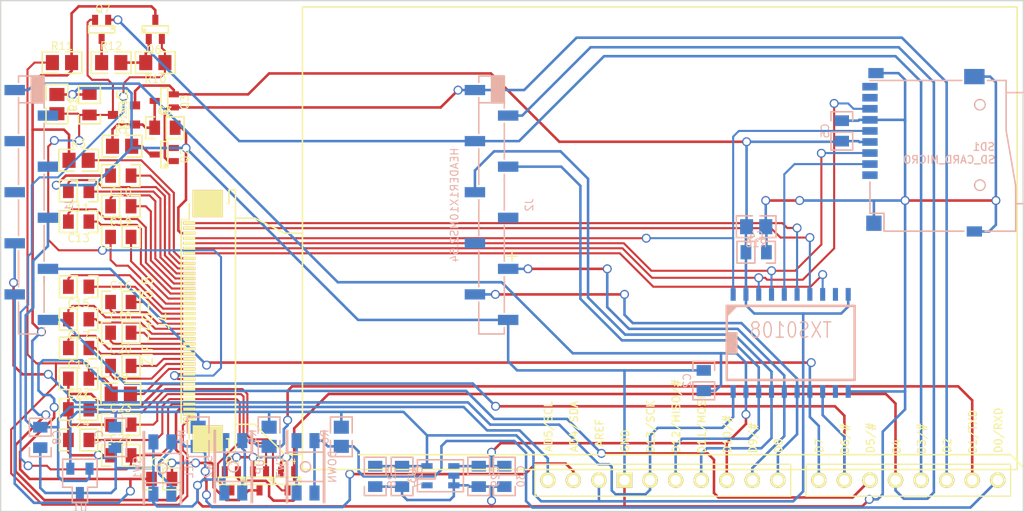
<source format=kicad_pcb>
(kicad_pcb (version 3) (host pcbnew "(2013-03-15 BZR 4003)-stable")
  (layers (15 F.Cu signal) (0 B.Cu signal) (18 B.Paste user) (19 F.Paste user) (20 B.SilkS user) (21 F.SilkS user) (22 B.Mask user) (23 F.Mask user) (28 Edge.Cuts user))
  (net 0 "")
  (net 1 +3.3V)
  (net 2 //EPD_CS)
  (net 3 //RESET)
  (net 4 /BORDER)
  (net 5 /BORDER_CONTROL)
  (net 6 /BUSY)
  (net 7 /BUSY_COG)
  (net 8 /C11M)
  (net 9 /C11P)
  (net 10 /C12M)
  (net 11 /C12P)
  (net 12 /C13M)
  (net 13 /C13P)
  (net 14 /C14M)
  (net 15 /C14P)
  (net 16 /C15M)
  (net 17 /C15P)
  (net 18 /C16M)
  (net 19 /C16P)
  (net 20 /C21M)
  (net 21 /C21P)
  (net 22 /C31M)
  (net 23 /C31P)
  (net 24 /C41M)
  (net 25 /C41P)
  (net 26 /C42M)
  (net 27 /C42P)
  (net 28 /DISCHARGE)
  (net 29 /EPD_CS_COG)
  (net 30 /FLASH_CS)
  (net 31 /FLASH_CS_COG)
  (net 32 /PANEL_ON)
  (net 33 /PWM)
  (net 34 /RESET_COG)
  (net 35 /RXD)
  (net 36 /SDA)
  (net 37 /SPI_CLK)
  (net 38 /SPI_CLK_COG)
  (net 39 /SPI_MISO)
  (net 40 /SPI_MISO_COG)
  (net 41 /SPI_MOSI)
  (net 42 /SPI_MOSI_COG)
  (net 43 /TEMPERATURE)
  (net 44 /TXD)
  (net 45 /VCC5V)
  (net 46 /VCC_T)
  (net 47 /VCL)
  (net 48 /VCOM)
  (net 49 /VCOM_DRIVER)
  (net 50 /VDH)
  (net 51 /VDL)
  (net 52 /VGH)
  (net 53 /VGL)
  (net 54 GND)
  (net 55 N-0000018)
  (net 56 N-0000019)
  (net 57 N-0000054)
  (net 58 N-0000059)
  (net 59 N-0000060)
  (net 60 N-0000063)
  (module SOT323 (layer F.Cu) (at 48.3235 98.552)
    (fp_text reference Q5 (at 0.127 -2.032) (layer F.SilkS) (effects (font (size 0.762 0.762) (thickness 0.09906))))
    (fp_text value 2N7002KW hide)
    (pad 2 smd rect (at -0.65024 -0.94996) (size 0.59944 1.00076) (layers F.Cu F.Paste F.Mask) (net 54 GND))
    (pad 1 smd rect (at 0.65024 -0.94996) (size 0.59944 1.00076) (layers F.Cu F.Paste F.Mask) (net 28 /DISCHARGE))
    (pad 3 smd rect (at 0 0.94996) (size 0.59944 1.00076) (layers F.Cu F.Paste F.Mask) (net 50 /VDH))
  )
  (module SOT323 (layer F.Cu) (at 41.656 66.1035 270)
    (fp_text reference Q2 (at 0.127 -2.032 270) (layer F.SilkS) (effects (font (size 0.762 0.762) (thickness 0.09906))))
    (fp_text value 2N7002KW hide)
    (pad 2 smd rect (at -0.65024 -0.94996 270) (size 0.59944 1.00076) (layers F.Cu F.Paste F.Mask) (net 54 GND))
    (pad 1 smd rect (at 0.65024 -0.94996 270) (size 0.59944 1.00076) (layers F.Cu F.Paste F.Mask) (net 32 /PANEL_ON))
    (pad 3 smd rect (at 0 0.94996 270) (size 0.59944 1.00076) (layers F.Cu F.Paste F.Mask) (net 56 N-0000019))
  )
  (module SOT323 (layer F.Cu) (at 53.9115 98.552)
    (fp_text reference Q4 (at 0.127 -2.032) (layer F.SilkS) (effects (font (size 0.762 0.762) (thickness 0.09906))))
    (fp_text value 2N7002KW hide)
    (pad 2 smd rect (at -0.65024 -0.94996) (size 0.59944 1.00076) (layers F.Cu F.Paste F.Mask) (net 54 GND))
    (pad 1 smd rect (at 0.65024 -0.94996) (size 0.59944 1.00076) (layers F.Cu F.Paste F.Mask) (net 28 /DISCHARGE))
    (pad 3 smd rect (at 0 0.94996) (size 0.59944 1.00076) (layers F.Cu F.Paste F.Mask) (net 52 /VGH))
  )
  (module SOT323 (layer F.Cu) (at 40.767 53.6575 180)
    (fp_text reference Q6 (at 0.127 -2.032 180) (layer F.SilkS) (effects (font (size 0.762 0.762) (thickness 0.09906))))
    (fp_text value 2N7002KW hide)
    (pad 2 smd rect (at -0.65024 -0.94996 180) (size 0.59944 1.00076) (layers F.Cu F.Paste F.Mask) (net 51 /VDL))
    (pad 1 smd rect (at 0.65024 -0.94996 180) (size 0.59944 1.00076) (layers F.Cu F.Paste F.Mask) (net 57 N-0000054))
    (pad 3 smd rect (at 0 0.94996 180) (size 0.59944 1.00076) (layers F.Cu F.Paste F.Mask) (net 4 /BORDER))
  )
  (module SOT323 (layer F.Cu) (at 51.1175 98.552)
    (fp_text reference D1 (at 0.127 -2.032) (layer F.SilkS) (effects (font (size 0.762 0.762) (thickness 0.09906))))
    (fp_text value BAT54SW hide)
    (pad 2 smd rect (at -0.65024 -0.94996) (size 0.59944 1.00076) (layers F.Cu F.Paste F.Mask) (net 54 GND))
    (pad 1 smd rect (at 0.65024 -0.94996) (size 0.59944 1.00076) (layers F.Cu F.Paste F.Mask) (net 53 /VGL))
    (pad 3 smd rect (at 0 0.94996) (size 0.59944 1.00076) (layers F.Cu F.Paste F.Mask) (net 58 N-0000059))
  )
  (module SOT323 (layer F.Cu) (at 35.433 53.6575)
    (fp_text reference Q7 (at 0.127 -2.032) (layer F.SilkS) (effects (font (size 0.762 0.762) (thickness 0.09906))))
    (fp_text value BSS84W hide)
    (pad 2 smd rect (at -0.65024 -0.94996) (size 0.59944 1.00076) (layers F.Cu F.Paste F.Mask) (net 46 /VCC_T))
    (pad 1 smd rect (at 0.65024 -0.94996) (size 0.59944 1.00076) (layers F.Cu F.Paste F.Mask) (net 5 /BORDER_CONTROL))
    (pad 3 smd rect (at 0 0.94996) (size 0.59944 1.00076) (layers F.Cu F.Paste F.Mask) (net 59 N-0000060))
  )
  (module SOT323 (layer F.Cu) (at 41.656 60.7695 270)
    (fp_text reference Q3 (at 0.127 -2.032 270) (layer F.SilkS) (effects (font (size 0.762 0.762) (thickness 0.09906))))
    (fp_text value BSS84W hide)
    (pad 2 smd rect (at -0.65024 -0.94996 270) (size 0.59944 1.00076) (layers F.Cu F.Paste F.Mask) (net 1 +3.3V))
    (pad 1 smd rect (at 0.65024 -0.94996 270) (size 0.59944 1.00076) (layers F.Cu F.Paste F.Mask) (net 32 /PANEL_ON))
    (pad 3 smd rect (at 0 0.94996 270) (size 0.59944 1.00076) (layers F.Cu F.Paste F.Mask) (net 55 N-0000018))
  )
  (module SOT23 (layer F.Cu) (at 37.6555 62.1665 90)
    (fp_text reference Q1 (at 1.99898 -0.09906 180) (layer F.SilkS) (effects (font (size 0.762 0.762) (thickness 0.11938))))
    (fp_text value AP2305 (at 0.0635 0 90) (layer F.SilkS) (effects (font (size 0.50038 0.50038) (thickness 0.09906))))
    (pad 3 smd rect (at 0 -1.09982 90) (size 0.8001 1.00076) (layers F.Cu F.Paste F.Mask) (net 46 /VCC_T))
    (pad 2 smd rect (at 0.9525 1.09982 90) (size 0.8001 1.00076) (layers F.Cu F.Paste F.Mask) (net 1 +3.3V))
    (pad 1 smd rect (at -0.9525 1.09982 90) (size 0.8001 1.00076) (layers F.Cu F.Paste F.Mask) (net 55 N-0000018))
  )
  (module Sck-10-F-SMT (layer B.Cu) (at 28.448 71.12 90)
    (fp_text reference J1 (at 0 3.7465 90) (layer B.SilkS) (effects (font (size 0.762 0.762) (thickness 0.1016)) (justify mirror)))
    (fp_text value HEADER1X10MS2.54 (at 0 -3.683 90) (layer B.SilkS) (effects (font (size 0.762 0.762) (thickness 0.1016)) (justify mirror)))
    (pad 9 smd rect (at -8.89 -1.651 90) (size 1.016 2.032) (layers B.Cu B.Paste B.Mask) (net 33 /PWM))
    (pad 10 smd rect (at -11.43 1.651 90) (size 1.016 2.032) (layers B.Cu B.Paste B.Mask) (net 3 //RESET))
    (pad 8 smd rect (at -6.35 1.651 90) (size 1.016 2.032) (layers B.Cu B.Paste B.Mask) (net 6 /BUSY))
    (pad 7 smd rect (at -3.81 -1.651 90) (size 1.016 2.032) (layers B.Cu B.Paste B.Mask) (net 37 /SPI_CLK))
    (pad 6 smd rect (at -1.27 1.651 90) (size 1.016 2.032) (layers B.Cu B.Paste B.Mask) (net 43 /TEMPERATURE))
    (pad 5 smd rect (at 1.27 -1.651 90) (size 1.016 2.032) (layers B.Cu B.Paste B.Mask))
    (pad 1 smd rect (at 11.43 -1.651 90) (size 1.016 2.032) (layers B.Cu B.Paste B.Mask) (net 45 /VCC5V))
    (pad 2 smd rect (at 8.89 1.651 90) (size 1.016 2.032) (layers B.Cu B.Paste B.Mask))
    (pad 3 smd rect (at 6.35 -1.651 90) (size 1.016 2.032) (layers B.Cu B.Paste B.Mask))
    (pad 4 smd rect (at 3.81 1.651 90) (size 1.016 2.032) (layers B.Cu B.Paste B.Mask))
  )
  (module Sck-10-F-SMT (layer B.Cu) (at 74.168 71.12 90)
    (fp_text reference J2 (at 0 3.7465 90) (layer B.SilkS) (effects (font (size 0.762 0.762) (thickness 0.1016)) (justify mirror)))
    (fp_text value HEADER1X10MS2.54 (at 0 -3.683 90) (layer B.SilkS) (effects (font (size 0.762 0.762) (thickness 0.1016)) (justify mirror)))
    (pad 9 smd rect (at -8.89 -1.651 90) (size 1.016 2.032) (layers B.Cu B.Paste B.Mask) (net 2 //EPD_CS))
    (pad 10 smd rect (at -11.43 1.651 90) (size 1.016 2.032) (layers B.Cu B.Paste B.Mask) (net 54 GND))
    (pad 8 smd rect (at -6.35 1.651 90) (size 1.016 2.032) (layers B.Cu B.Paste B.Mask) (net 30 /FLASH_CS))
    (pad 7 smd rect (at -3.81 -1.651 90) (size 1.016 2.032) (layers B.Cu B.Paste B.Mask))
    (pad 6 smd rect (at -1.27 1.651 90) (size 1.016 2.032) (layers B.Cu B.Paste B.Mask))
    (pad 5 smd rect (at 1.27 -1.651 90) (size 1.016 2.032) (layers B.Cu B.Paste B.Mask) (net 41 /SPI_MOSI))
    (pad 1 smd rect (at 11.43 -1.651 90) (size 1.016 2.032) (layers B.Cu B.Paste B.Mask) (net 32 /PANEL_ON))
    (pad 2 smd rect (at 8.89 1.651 90) (size 1.016 2.032) (layers B.Cu B.Paste B.Mask) (net 28 /DISCHARGE))
    (pad 3 smd rect (at 6.35 -1.651 90) (size 1.016 2.032) (layers B.Cu B.Paste B.Mask) (net 5 /BORDER_CONTROL))
    (pad 4 smd rect (at 3.81 1.651 90) (size 1.016 2.032) (layers B.Cu B.Paste B.Mask) (net 39 /SPI_MISO))
  )
  (module c_0805 (layer B.Cu) (at 108.966 63.754 270)
    (fp_text reference C5 (at 0 1.651 270) (layer B.SilkS) (effects (font (size 0.762 0.762) (thickness 0.1016)) (justify mirror)))
    (fp_text value 0.1u,16V hide)
    (pad 1 smd rect (at 1.016 0 270) (size 1.0668 1.4224) (layers B.Cu B.Paste B.Mask) (net 1 +3.3V))
    (pad 2 smd rect (at -1.016 0 270) (size 1.0668 1.4224) (layers B.Cu B.Paste B.Mask) (net 54 GND))
  )
  (module c_0805 (layer B.Cu) (at 75.438 98.108 90)
    (fp_text reference C30 (at 0 1.651 90) (layer B.SilkS) (effects (font (size 0.762 0.762) (thickness 0.1016)) (justify mirror)))
    (fp_text value 2.2u,16V hide)
    (pad 1 smd rect (at 1.016 0 90) (size 1.0668 1.4224) (layers B.Cu B.Paste B.Mask) (net 45 /VCC5V))
    (pad 2 smd rect (at -1.016 0 90) (size 1.0668 1.4224) (layers B.Cu B.Paste B.Mask) (net 54 GND))
  )
  (module c_0805 (layer F.Cu) (at 37.338 87.122)
    (fp_text reference C20 (at 0 -1.651) (layer F.SilkS) (effects (font (size 0.762 0.762) (thickness 0.1016))))
    (fp_text value 2.2u,16V hide)
    (pad 1 smd rect (at 1.016 0) (size 1.0668 1.4224) (layers F.Cu F.Paste F.Mask) (net 8 /C11M))
    (pad 2 smd rect (at -1.016 0) (size 1.0668 1.4224) (layers F.Cu F.Paste F.Mask) (net 9 /C11P))
  )
  (module c_0805 (layer F.Cu) (at 33.147 79.248 180)
    (fp_text reference C15 (at 0 -1.651 180) (layer F.SilkS) (effects (font (size 0.762 0.762) (thickness 0.1016))))
    (fp_text value 2.2u,25V hide)
    (pad 1 smd rect (at 1.016 0 180) (size 1.0668 1.4224) (layers F.Cu F.Paste F.Mask) (net 18 /C16M))
    (pad 2 smd rect (at -1.016 0 180) (size 1.0668 1.4224) (layers F.Cu F.Paste F.Mask) (net 19 /C16P))
  )
  (module c_0805 (layer F.Cu) (at 37.338 83.82)
    (fp_text reference C18 (at 0 -1.651) (layer F.SilkS) (effects (font (size 0.762 0.762) (thickness 0.1016))))
    (fp_text value 2.2u,16V hide)
    (pad 1 smd rect (at 1.016 0) (size 1.0668 1.4224) (layers F.Cu F.Paste F.Mask) (net 12 /C13M))
    (pad 2 smd rect (at -1.016 0) (size 1.0668 1.4224) (layers F.Cu F.Paste F.Mask) (net 13 /C13P))
  )
  (module c_0805 (layer F.Cu) (at 33.147 82.4865 180)
    (fp_text reference C17 (at 0 -1.651 180) (layer F.SilkS) (effects (font (size 0.762 0.762) (thickness 0.1016))))
    (fp_text value 2.2u,16V hide)
    (pad 1 smd rect (at 1.016 0 180) (size 1.0668 1.4224) (layers F.Cu F.Paste F.Mask) (net 14 /C14M))
    (pad 2 smd rect (at -1.016 0 180) (size 1.0668 1.4224) (layers F.Cu F.Paste F.Mask) (net 15 /C14P))
  )
  (module c_0805 (layer F.Cu) (at 37.338 68.199 180)
    (fp_text reference C10 (at 0 -1.651 180) (layer F.SilkS) (effects (font (size 0.762 0.762) (thickness 0.1016))))
    (fp_text value 2.2u,10V hide)
    (pad 1 smd rect (at 1.016 0 180) (size 1.0668 1.4224) (layers F.Cu F.Paste F.Mask) (net 54 GND))
    (pad 2 smd rect (at -1.016 0 180) (size 1.0668 1.4224) (layers F.Cu F.Paste F.Mask) (net 47 /VCL))
  )
  (module c_0805 (layer F.Cu) (at 33.147 72.771 180)
    (fp_text reference C13 (at 0 -1.651 180) (layer F.SilkS) (effects (font (size 0.762 0.762) (thickness 0.1016))))
    (fp_text value 2.2u,25V hide)
    (pad 1 smd rect (at 1.016 0 180) (size 1.0668 1.4224) (layers F.Cu F.Paste F.Mask) (net 22 /C31M))
    (pad 2 smd rect (at -1.016 0 180) (size 1.0668 1.4224) (layers F.Cu F.Paste F.Mask) (net 23 /C31P))
  )
  (module c_0805 (layer F.Cu) (at 37.338 74.295)
    (fp_text reference C14 (at 0 -1.651) (layer F.SilkS) (effects (font (size 0.762 0.762) (thickness 0.1016))))
    (fp_text value 2.2u,16V hide)
    (pad 1 smd rect (at 1.016 0) (size 1.0668 1.4224) (layers F.Cu F.Paste F.Mask) (net 20 /C21M))
    (pad 2 smd rect (at -1.016 0) (size 1.0668 1.4224) (layers F.Cu F.Paste F.Mask) (net 21 /C21P))
  )
  (module c_0805 (layer F.Cu) (at 33.147 69.723 180)
    (fp_text reference C11 (at 0 -1.651 180) (layer F.SilkS) (effects (font (size 0.762 0.762) (thickness 0.1016))))
    (fp_text value 2.2u,16V hide)
    (pad 1 smd rect (at 1.016 0 180) (size 1.0668 1.4224) (layers F.Cu F.Paste F.Mask) (net 27 /C42P))
    (pad 2 smd rect (at -1.016 0 180) (size 1.0668 1.4224) (layers F.Cu F.Paste F.Mask) (net 26 /C42M))
  )
  (module c_0805 (layer F.Cu) (at 33.147 85.344 180)
    (fp_text reference C19 (at 0 -1.651 180) (layer F.SilkS) (effects (font (size 0.762 0.762) (thickness 0.1016))))
    (fp_text value 2.2u,16V hide)
    (pad 1 smd rect (at 1.016 0 180) (size 1.0668 1.4224) (layers F.Cu F.Paste F.Mask) (net 10 /C12M))
    (pad 2 smd rect (at -1.016 0 180) (size 1.0668 1.4224) (layers F.Cu F.Paste F.Mask) (net 11 /C12P))
  )
  (module c_0805 (layer F.Cu) (at 33.147 94.488)
    (fp_text reference C24 (at 0 -1.651) (layer F.SilkS) (effects (font (size 0.762 0.762) (thickness 0.1016))))
    (fp_text value 2.2u,16V hide)
    (pad 1 smd rect (at 1.016 0) (size 1.0668 1.4224) (layers F.Cu F.Paste F.Mask) (net 50 /VDH))
    (pad 2 smd rect (at -1.016 0) (size 1.0668 1.4224) (layers F.Cu F.Paste F.Mask) (net 54 GND))
  )
  (module c_0805 (layer F.Cu) (at 37.338 80.772)
    (fp_text reference C16 (at 0 -1.651) (layer F.SilkS) (effects (font (size 0.762 0.762) (thickness 0.1016))))
    (fp_text value 2.2u,25V hide)
    (pad 1 smd rect (at 1.016 0) (size 1.0668 1.4224) (layers F.Cu F.Paste F.Mask) (net 16 /C15M))
    (pad 2 smd rect (at -1.016 0) (size 1.0668 1.4224) (layers F.Cu F.Paste F.Mask) (net 17 /C15P))
  )
  (module c_0805 (layer F.Cu) (at 33.147 91.44)
    (fp_text reference C22 (at 0 -1.651) (layer F.SilkS) (effects (font (size 0.762 0.762) (thickness 0.1016))))
    (fp_text value 2.2u,25V hide)
    (pad 1 smd rect (at 1.016 0) (size 1.0668 1.4224) (layers F.Cu F.Paste F.Mask) (net 52 /VGH))
    (pad 2 smd rect (at -1.016 0) (size 1.0668 1.4224) (layers F.Cu F.Paste F.Mask) (net 54 GND))
  )
  (module c_0805 (layer B.Cu) (at 36.83 94.234 270)
    (fp_text reference C7 (at 0 1.651 270) (layer B.SilkS) (effects (font (size 0.762 0.762) (thickness 0.1016)) (justify mirror)))
    (fp_text value 1u,16V hide)
    (pad 1 smd rect (at 1.016 0 270) (size 1.0668 1.4224) (layers B.Cu B.Paste B.Mask) (net 54 GND))
    (pad 2 smd rect (at -1.016 0 270) (size 1.0668 1.4224) (layers B.Cu B.Paste B.Mask) (net 1 +3.3V))
  )
  (module c_0805 (layer F.Cu) (at 33.147 88.392 180)
    (fp_text reference C21 (at 0 -1.651 180) (layer F.SilkS) (effects (font (size 0.762 0.762) (thickness 0.1016))))
    (fp_text value 1u,10V hide)
    (pad 1 smd rect (at 1.016 0 180) (size 1.0668 1.4224) (layers F.Cu F.Paste F.Mask) (net 54 GND))
    (pad 2 smd rect (at -1.016 0 180) (size 1.0668 1.4224) (layers F.Cu F.Paste F.Mask) (net 48 /VCOM))
  )
  (module c_0805 (layer F.Cu) (at 37.338 92.964)
    (fp_text reference C23 (at 0 -1.651) (layer F.SilkS) (effects (font (size 0.762 0.762) (thickness 0.1016))))
    (fp_text value 2.2u,25V hide)
    (pad 1 smd rect (at 1.016 0) (size 1.0668 1.4224) (layers F.Cu F.Paste F.Mask) (net 53 /VGL))
    (pad 2 smd rect (at -1.016 0) (size 1.0668 1.4224) (layers F.Cu F.Paste F.Mask) (net 54 GND))
  )
  (module c_0805 (layer F.Cu) (at 37.338 96.012)
    (fp_text reference C25 (at 0 -1.651) (layer F.SilkS) (effects (font (size 0.762 0.762) (thickness 0.1016))))
    (fp_text value 2.2u,16V hide)
    (pad 1 smd rect (at 1.016 0) (size 1.0668 1.4224) (layers F.Cu F.Paste F.Mask) (net 51 /VDL))
    (pad 2 smd rect (at -1.016 0) (size 1.0668 1.4224) (layers F.Cu F.Paste F.Mask) (net 54 GND))
  )
  (module c_0805 (layer F.Cu) (at 37.338 71.247 180)
    (fp_text reference C12 (at 0 -1.651 180) (layer F.SilkS) (effects (font (size 0.762 0.762) (thickness 0.1016))))
    (fp_text value 2.2u,16V hide)
    (pad 1 smd rect (at 1.016 0 180) (size 1.0668 1.4224) (layers F.Cu F.Paste F.Mask) (net 25 /C41P))
    (pad 2 smd rect (at -1.016 0 180) (size 1.0668 1.4224) (layers F.Cu F.Paste F.Mask) (net 24 /C41M))
  )
  (module c_0805 (layer B.Cu) (at 62.611 98.108 90)
    (fp_text reference C28 (at 0 1.651 90) (layer B.SilkS) (effects (font (size 0.762 0.762) (thickness 0.1016)) (justify mirror)))
    (fp_text value 2.2u,16V hide)
    (pad 1 smd rect (at 1.016 0 90) (size 1.0668 1.4224) (layers B.Cu B.Paste B.Mask) (net 1 +3.3V))
    (pad 2 smd rect (at -1.016 0 90) (size 1.0668 1.4224) (layers B.Cu B.Paste B.Mask) (net 54 GND))
  )
  (module r_0805 (layer F.Cu) (at 37.465 65.278)
    (fp_text reference R1 (at 0 -1.651) (layer F.SilkS) (effects (font (size 0.762 0.762) (thickness 0.1016))))
    (fp_text value 33k hide)
    (pad 1 smd rect (at 0.9525 0) (size 1.30048 1.4986) (layers F.Cu F.Paste F.Mask) (net 56 N-0000019))
    (pad 2 smd rect (at -0.9525 0) (size 1.30048 1.4986) (layers F.Cu F.Paste F.Mask) (net 55 N-0000018))
  )
  (module r_0805 (layer F.Cu) (at 36.3855 56.9595)
    (fp_text reference R12 (at 0 -1.651) (layer F.SilkS) (effects (font (size 0.762 0.762) (thickness 0.1016))))
    (fp_text value 100k hide)
    (pad 1 smd rect (at 0.9525 0) (size 1.30048 1.4986) (layers F.Cu F.Paste F.Mask) (net 57 N-0000054))
    (pad 2 smd rect (at -0.9525 0) (size 1.30048 1.4986) (layers F.Cu F.Paste F.Mask) (net 59 N-0000060))
  )
  (module r_0805 (layer F.Cu) (at 31.496 56.9595)
    (fp_text reference R11 (at 0 -1.651) (layer F.SilkS) (effects (font (size 0.762 0.762) (thickness 0.1016))))
    (fp_text value 100k hide)
    (pad 1 smd rect (at 0.9525 0) (size 1.30048 1.4986) (layers F.Cu F.Paste F.Mask) (net 4 /BORDER))
    (pad 2 smd rect (at -0.9525 0) (size 1.30048 1.4986) (layers F.Cu F.Paste F.Mask) (net 48 /VCOM))
  )
  (module r_0805 (layer F.Cu) (at 37.338 89.916)
    (fp_text reference R9 (at 0 -1.651) (layer F.SilkS) (effects (font (size 0.762 0.762) (thickness 0.1016))))
    (fp_text value 2k hide)
    (pad 1 smd rect (at 0.9525 0) (size 1.30048 1.4986) (layers F.Cu F.Paste F.Mask) (net 49 /VCOM_DRIVER))
    (pad 2 smd rect (at -0.9525 0) (size 1.30048 1.4986) (layers F.Cu F.Paste F.Mask) (net 48 /VCOM))
  )
  (module r_0805 (layer F.Cu) (at 33.147 66.675)
    (fp_text reference R3 (at 0 -1.651) (layer F.SilkS) (effects (font (size 0.762 0.762) (thickness 0.1016))))
    (fp_text value "0R(NC)" hide)
    (pad 1 smd rect (at 0.9525 0) (size 1.30048 1.4986) (layers F.Cu F.Paste F.Mask) (net 60 N-0000063))
    (pad 2 smd rect (at -0.9525 0) (size 1.30048 1.4986) (layers F.Cu F.Paste F.Mask) (net 4 /BORDER))
  )
  (module r_0805 (layer F.Cu) (at 40.767 56.9595 180)
    (fp_text reference R10 (at 0 -1.651 180) (layer F.SilkS) (effects (font (size 0.762 0.762) (thickness 0.1016))))
    (fp_text value 100k hide)
    (pad 1 smd rect (at 0.9525 0 180) (size 1.30048 1.4986) (layers F.Cu F.Paste F.Mask) (net 57 N-0000054))
    (pad 2 smd rect (at -0.9525 0 180) (size 1.30048 1.4986) (layers F.Cu F.Paste F.Mask) (net 51 /VDL))
  )
  (module r_0805 (layer B.Cu) (at 100.457 73.279)
    (fp_text reference R16 (at 0 1.651) (layer B.SilkS) (effects (font (size 0.762 0.762) (thickness 0.1016)) (justify mirror)))
    (fp_text value 10k hide)
    (pad 1 smd rect (at 0.9525 0) (size 1.30048 1.4986) (layers B.Cu B.Paste B.Mask) (net 54 GND))
    (pad 2 smd rect (at -0.9525 0) (size 1.30048 1.4986) (layers B.Cu B.Paste B.Mask) (net 1 +3.3V))
  )
  (module r_0805 (layer F.Cu) (at 30.988 61.087 270)
    (fp_text reference R2 (at 0 -1.651 270) (layer F.SilkS) (effects (font (size 0.762 0.762) (thickness 0.1016))))
    (fp_text value 33k hide)
    (pad 1 smd rect (at 0.9525 0 270) (size 1.30048 1.4986) (layers F.Cu F.Paste F.Mask) (net 46 /VCC_T))
    (pad 2 smd rect (at -0.9525 0 270) (size 1.30048 1.4986) (layers F.Cu F.Paste F.Mask) (net 54 GND))
  )
  (module c_0805 (layer F.Cu) (at 41.402 98.362)
    (fp_text reference C26 (at 0 -1.651) (layer F.SilkS) (effects (font (size 0.762 0.762) (thickness 0.1016))))
    (fp_text value 0.1u,16V hide)
    (pad 1 smd rect (at 1.016 0) (size 1.0668 1.4224) (layers F.Cu F.Paste F.Mask) (net 58 N-0000059))
    (pad 2 smd rect (at -1.016 0) (size 1.0668 1.4224) (layers F.Cu F.Paste F.Mask) (net 33 /PWM))
  )
  (module c_0805 (layer B.Cu) (at 100.457 75.819 180)
    (fp_text reference C4 (at 0 1.651 180) (layer B.SilkS) (effects (font (size 0.762 0.762) (thickness 0.1016)) (justify mirror)))
    (fp_text value 0.1u,16V hide)
    (pad 1 smd rect (at 1.016 0 180) (size 1.0668 1.4224) (layers B.Cu B.Paste B.Mask) (net 1 +3.3V))
    (pad 2 smd rect (at -1.016 0 180) (size 1.0668 1.4224) (layers B.Cu B.Paste B.Mask) (net 54 GND))
  )
  (module c_0805 (layer B.Cu) (at 95.25 88.5825 270)
    (fp_text reference C2 (at 0 1.651 270) (layer B.SilkS) (effects (font (size 0.762 0.762) (thickness 0.1016)) (justify mirror)))
    (fp_text value 0.1u,16V hide)
    (pad 1 smd rect (at 1.016 0 270) (size 1.0668 1.4224) (layers B.Cu B.Paste B.Mask) (net 45 /VCC5V))
    (pad 2 smd rect (at -1.016 0 270) (size 1.0668 1.4224) (layers B.Cu B.Paste B.Mask) (net 54 GND))
  )
  (module c_0805 (layer F.Cu) (at 34.2265 61.1505 90)
    (fp_text reference C1 (at 0 -1.651 90) (layer F.SilkS) (effects (font (size 0.762 0.762) (thickness 0.1016))))
    (fp_text value 2.2u,16V hide)
    (pad 1 smd rect (at 1.016 0 90) (size 1.0668 1.4224) (layers F.Cu F.Paste F.Mask) (net 54 GND))
    (pad 2 smd rect (at -1.016 0 90) (size 1.0668 1.4224) (layers F.Cu F.Paste F.Mask) (net 46 /VCC_T))
  )
  (module c_0805 (layer B.Cu) (at 29.337 94.234 90)
    (fp_text reference C8 (at 0 1.651 90) (layer B.SilkS) (effects (font (size 0.762 0.762) (thickness 0.1016)) (justify mirror)))
    (fp_text value 0.1u,16V hide)
    (pad 1 smd rect (at 1.016 0 90) (size 1.0668 1.4224) (layers B.Cu B.Paste B.Mask) (net 43 /TEMPERATURE))
    (pad 2 smd rect (at -1.016 0 90) (size 1.0668 1.4224) (layers B.Cu B.Paste B.Mask) (net 54 GND))
  )
  (module c_0805 (layer B.Cu) (at 72.898 98.108 90)
    (fp_text reference C29 (at 0 1.651 90) (layer B.SilkS) (effects (font (size 0.762 0.762) (thickness 0.1016)) (justify mirror)))
    (fp_text value 0.1u,16V hide)
    (pad 1 smd rect (at 1.016 0 90) (size 1.0668 1.4224) (layers B.Cu B.Paste B.Mask) (net 45 /VCC5V))
    (pad 2 smd rect (at -1.016 0 90) (size 1.0668 1.4224) (layers B.Cu B.Paste B.Mask) (net 54 GND))
  )
  (module c_0805 (layer F.Cu) (at 41.7195 63.4365)
    (fp_text reference C3 (at 0 -1.651) (layer F.SilkS) (effects (font (size 0.762 0.762) (thickness 0.1016))))
    (fp_text value 0.1u,16V hide)
    (pad 1 smd rect (at 1.016 0) (size 1.0668 1.4224) (layers F.Cu F.Paste F.Mask) (net 54 GND))
    (pad 2 smd rect (at -1.016 0) (size 1.0668 1.4224) (layers F.Cu F.Paste F.Mask) (net 55 N-0000018))
  )
  (module c_0805 (layer B.Cu) (at 65.278 98.108 90)
    (fp_text reference C27 (at 0 1.651 90) (layer B.SilkS) (effects (font (size 0.762 0.762) (thickness 0.1016)) (justify mirror)))
    (fp_text value 0.1u,16V hide)
    (pad 1 smd rect (at 1.016 0 90) (size 1.0668 1.4224) (layers B.Cu B.Paste B.Mask) (net 1 +3.3V))
    (pad 2 smd rect (at -1.016 0 90) (size 1.0668 1.4224) (layers B.Cu B.Paste B.Mask) (net 54 GND))
  )
  (module SOT23-5 (layer B.Cu) (at 69.088 98.044 270)
    (fp_text reference U3 (at 0 2.794 270) (layer B.SilkS) (effects (font (size 0.762 0.762) (thickness 0.1016)) (justify mirror)))
    (fp_text value TPS77030 hide)
    (pad 1 smd rect (at -0.9525 -1.3335 270) (size 0.59944 1.1176) (layers B.Cu B.Paste B.Mask) (net 45 /VCC5V) (clearance 0.127))
    (pad 3 smd rect (at 0.9525 -1.3335 270) (size 0.59944 1.1176) (layers B.Cu B.Paste B.Mask) (net 54 GND) (clearance 0.127))
    (pad 2 smd rect (at 0 -1.3335 270) (size 0.59944 1.1176) (layers B.Cu B.Paste B.Mask) (net 54 GND) (clearance 0.127))
    (pad 4 smd rect (at 0.9525 1.3335 270) (size 0.59944 1.1176) (layers B.Cu B.Paste B.Mask) (clearance 0.127))
    (pad 5 smd rect (at -0.9525 1.3335 270) (size 0.59944 1.1176) (layers B.Cu B.Paste B.Mask) (net 1 +3.3V) (clearance 0.127))
  )
  (module SOT23-3-Temp (layer B.Cu) (at 33.274 98.552)
    (fp_text reference U1 (at 0 2.667) (layer B.SilkS) (effects (font (size 0.762 0.762) (thickness 0.1016)) (justify mirror)))
    (fp_text value MCP9700AT-E/TT hide)
    (pad 1 smd rect (at -0.9525 -1.2065) (size 0.8001 1.19888) (layers B.Cu B.Paste B.Mask) (net 1 +3.3V))
    (pad 3 smd rect (at 0 1.2065) (size 0.8001 1.19888) (layers B.Cu B.Paste B.Mask) (net 54 GND))
    (pad 2 smd rect (at 0.9525 -1.2065) (size 0.8001 1.19888) (layers B.Cu B.Paste B.Mask) (net 43 /TEMPERATURE))
  )
  (module SD_Micro (layer B.Cu) (at 111.76 63.754)
    (fp_text reference SD1 (at 11.303 1.5875) (layer B.SilkS) (effects (font (size 0.762 0.762) (thickness 0.127)) (justify mirror)))
    (fp_text value SD_CARD_MICRO (at 7.874 2.8575) (layer B.SilkS) (effects (font (size 0.762 0.762) (thickness 0.127)) (justify mirror)))
    (pad 5 smd rect (at 0 0) (size 1.524 0.762) (layers B.Cu B.Paste B.Mask) (net 38 /SPI_CLK_COG))
    (pad 6 smd rect (at 0 -1.09982) (size 1.524 0.762) (layers B.Cu B.Paste B.Mask) (net 54 GND))
    (pad 7 smd rect (at 0 -2.19964) (size 1.524 0.762) (layers B.Cu B.Paste B.Mask) (net 40 /SPI_MISO_COG))
    (pad 8 smd rect (at 0 -3.29946) (size 1.524 0.762) (layers B.Cu B.Paste B.Mask))
    (pad 9 smd rect (at 0 -4.39928) (size 1.524 0.762) (layers B.Cu B.Paste B.Mask))
    (pad 4 smd rect (at 0 1.09982) (size 1.524 0.762) (layers B.Cu B.Paste B.Mask) (net 1 +3.3V))
    (pad 3 smd rect (at 0 2.19964) (size 1.524 0.762) (layers B.Cu B.Paste B.Mask) (net 42 /SPI_MOSI_COG))
    (pad 2 smd rect (at 0 3.29946) (size 1.524 0.762) (layers B.Cu B.Paste B.Mask) (net 31 /FLASH_CS_COG))
    (pad 1 smd rect (at 0 4.39928) (size 1.524 0.762) (layers B.Cu B.Paste B.Mask))
    (pad G1 smd rect (at 0.59944 -5.74548) (size 1.524 1.016) (layers B.Cu B.Paste B.Mask) (net 54 GND))
    (pad G2 smd rect (at 10.37336 -5.40004) (size 2.032 1.524) (layers B.Cu B.Paste B.Mask) (net 54 GND))
    (pad G3 smd rect (at 10.37336 9.99998) (size 1.524 1.016) (layers B.Cu B.Paste B.Mask) (net 54 GND))
    (pad G4 smd rect (at 0.39116 9.1821) (size 1.524 1.524) (layers B.Cu B.Paste B.Mask) (net 54 GND))
    (pad H1 thru_hole circle (at 10.922 -2.6035) (size 1.143 1.143) (drill 0.889) (layers *.Cu *.Mask B.SilkS))
    (pad H2 thru_hole circle (at 10.922 5.3975) (size 1.143 1.143) (drill 0.889) (layers *.Cu *.Mask B.SilkS))
  )
  (module SO20L (layer B.Cu) (at 103.886 84.836)
    (fp_text reference U4 (at 0 1.27) (layer B.SilkS) (effects (font (size 0.0004 0.0004) (thickness 0.127)) (justify mirror)))
    (fp_text value TXS0108 (at 0 -1.27) (layer B.SilkS) (effects (font (size 1.524 1.27) (thickness 0.127)) (justify mirror)))
    (pad 11 smd rect (at 5.715 4.826) (size 0.508 1.27) (layers B.Cu B.Paste B.Mask) (net 54 GND))
    (pad 12 smd rect (at 4.445 4.826) (size 0.508 1.27) (layers B.Cu B.Paste B.Mask))
    (pad 13 smd rect (at 3.175 4.826) (size 0.508 1.27) (layers B.Cu B.Paste B.Mask) (net 3 //RESET))
    (pad 14 smd rect (at 1.905 4.826) (size 0.508 1.27) (layers B.Cu B.Paste B.Mask) (net 6 /BUSY))
    (pad 15 smd rect (at 0.635 4.826) (size 0.508 1.27) (layers B.Cu B.Paste B.Mask) (net 2 //EPD_CS))
    (pad 16 smd rect (at -0.635 4.826) (size 0.508 1.27) (layers B.Cu B.Paste B.Mask) (net 30 /FLASH_CS))
    (pad 17 smd rect (at -1.905 4.826) (size 0.508 1.27) (layers B.Cu B.Paste B.Mask) (net 41 /SPI_MOSI))
    (pad 18 smd rect (at -3.175 4.826) (size 0.508 1.27) (layers B.Cu B.Paste B.Mask) (net 39 /SPI_MISO))
    (pad 19 smd rect (at -4.445 4.826) (size 0.508 1.27) (layers B.Cu B.Paste B.Mask) (net 45 /VCC5V))
    (pad 20 smd rect (at -5.715 4.826) (size 0.508 1.27) (layers B.Cu B.Paste B.Mask) (net 37 /SPI_CLK))
    (pad 1 smd rect (at -5.715 -4.826) (size 0.508 1.27) (layers B.Cu B.Paste B.Mask) (net 38 /SPI_CLK_COG))
    (pad 2 smd rect (at -4.445 -4.826) (size 0.508 1.27) (layers B.Cu B.Paste B.Mask) (net 1 +3.3V))
    (pad 3 smd rect (at -3.175 -4.826) (size 0.508 1.27) (layers B.Cu B.Paste B.Mask) (net 40 /SPI_MISO_COG))
    (pad 4 smd rect (at -1.905 -4.826) (size 0.508 1.27) (layers B.Cu B.Paste B.Mask) (net 42 /SPI_MOSI_COG))
    (pad 5 smd rect (at -0.635 -4.826) (size 0.508 1.27) (layers B.Cu B.Paste B.Mask) (net 31 /FLASH_CS_COG))
    (pad 6 smd rect (at 0.635 -4.826) (size 0.508 1.27) (layers B.Cu B.Paste B.Mask) (net 29 /EPD_CS_COG))
    (pad 7 smd rect (at 1.905 -4.826) (size 0.508 1.27) (layers B.Cu B.Paste B.Mask) (net 7 /BUSY_COG))
    (pad 8 smd rect (at 3.175 -4.826) (size 0.508 1.27) (layers B.Cu B.Paste B.Mask) (net 34 /RESET_COG))
    (pad 9 smd rect (at 4.445 -4.826) (size 0.508 1.27) (layers B.Cu B.Paste B.Mask))
    (pad 10 smd rect (at 5.715 -4.826) (size 0.508 1.27) (layers B.Cu B.Paste B.Mask) (net 1 +3.3V))
  )
  (module r_0805 (layer B.Cu) (at 45.0215 94.1705 270)
    (fp_text reference R4 (at 0 1.651 270) (layer B.SilkS) (effects (font (size 0.762 0.762) (thickness 0.1016)) (justify mirror)))
    (fp_text value 10k hide)
    (pad 1 smd rect (at 0.9525 0 270) (size 1.30048 1.4986) (layers B.Cu B.Paste B.Mask) (net 36 /SDA))
    (pad 2 smd rect (at -0.9525 0 270) (size 1.30048 1.4986) (layers B.Cu B.Paste B.Mask) (net 1 +3.3V))
  )
  (module r_0805 (layer B.Cu) (at 52.07 94.1705 270)
    (fp_text reference R5 (at 0 1.651 270) (layer B.SilkS) (effects (font (size 0.762 0.762) (thickness 0.1016)) (justify mirror)))
    (fp_text value 10k hide)
    (pad 1 smd rect (at 0.9525 0 270) (size 1.30048 1.4986) (layers B.Cu B.Paste B.Mask) (net 44 /TXD))
    (pad 2 smd rect (at -0.9525 0 270) (size 1.30048 1.4986) (layers B.Cu B.Paste B.Mask) (net 1 +3.3V))
  )
  (module r_0805 (layer B.Cu) (at 59.2455 94.1705 270)
    (fp_text reference R6 (at 0 1.651 270) (layer B.SilkS) (effects (font (size 0.762 0.762) (thickness 0.1016)) (justify mirror)))
    (fp_text value 10k hide)
    (pad 1 smd rect (at 0.9525 0 270) (size 1.30048 1.4986) (layers B.Cu B.Paste B.Mask) (net 35 /RXD))
    (pad 2 smd rect (at -0.9525 0 270) (size 1.30048 1.4986) (layers B.Cu B.Paste B.Mask) (net 1 +3.3V))
  )
  (module SW_SMD (layer B.Cu) (at 55.6895 97.155 270)
    (fp_text reference SW3 (at 0 2.4765 270) (layer B.SilkS) (effects (font (size 0.762 0.762) (thickness 0.1016)) (justify mirror)))
    (fp_text value DOWN (at 0 -2.667 270) (layer B.SilkS) (effects (font (size 0.762 0.762) (thickness 0.1016)) (justify mirror)))
    (pad 1 smd rect (at -2.6035 -0.889 270) (size 1.50114 1.00076) (layers B.Cu B.Paste B.Mask) (net 35 /RXD))
    (pad 1 smd rect (at 2.6035 -0.889 270) (size 1.50114 1.00076) (layers B.Cu B.Paste B.Mask) (net 35 /RXD))
    (pad 2 smd rect (at 2.6035 0.889 270) (size 1.50114 1.00076) (layers B.Cu B.Paste B.Mask) (net 54 GND))
    (pad 2 smd rect (at -2.6035 0.889 270) (size 1.50114 1.00076) (layers B.Cu B.Paste B.Mask) (net 54 GND))
  )
  (module SW_SMD (layer B.Cu) (at 48.514 97.155 270)
    (fp_text reference SW2 (at 0 2.4765 270) (layer B.SilkS) (effects (font (size 0.762 0.762) (thickness 0.1016)) (justify mirror)))
    (fp_text value UP (at 0 -2.667 270) (layer B.SilkS) (effects (font (size 0.762 0.762) (thickness 0.1016)) (justify mirror)))
    (pad 1 smd rect (at -2.6035 -0.889 270) (size 1.50114 1.00076) (layers B.Cu B.Paste B.Mask) (net 44 /TXD))
    (pad 1 smd rect (at 2.6035 -0.889 270) (size 1.50114 1.00076) (layers B.Cu B.Paste B.Mask) (net 44 /TXD))
    (pad 2 smd rect (at 2.6035 0.889 270) (size 1.50114 1.00076) (layers B.Cu B.Paste B.Mask) (net 54 GND))
    (pad 2 smd rect (at -2.6035 0.889 270) (size 1.50114 1.00076) (layers B.Cu B.Paste B.Mask) (net 54 GND))
  )
  (module SW_SMD (layer B.Cu) (at 41.4655 97.282 270)
    (fp_text reference SW1 (at 0 2.4765 270) (layer B.SilkS) (effects (font (size 0.762 0.762) (thickness 0.1016)) (justify mirror)))
    (fp_text value SEL (at 0 -2.667 270) (layer B.SilkS) (effects (font (size 0.762 0.762) (thickness 0.1016)) (justify mirror)))
    (pad 1 smd rect (at -2.6035 -0.889 270) (size 1.50114 1.00076) (layers B.Cu B.Paste B.Mask) (net 36 /SDA))
    (pad 1 smd rect (at 2.6035 -0.889 270) (size 1.50114 1.00076) (layers B.Cu B.Paste B.Mask) (net 36 /SDA))
    (pad 2 smd rect (at 2.6035 0.889 270) (size 1.50114 1.00076) (layers B.Cu B.Paste B.Mask) (net 54 GND))
    (pad 2 smd rect (at -2.6035 0.889 270) (size 1.50114 1.00076) (layers B.Cu B.Paste B.Mask) (net 54 GND))
  )
  (module ARDUINO_BUCKLER (layer F.Cu) (at 124.46 95.948)
    (fp_text reference SHIELD1 hide)
    (fp_text value ARDUINO_SHIELD hide)
    (fp_text user D0/RXD (at 0.0635 -2.4125 90) (layer F.SilkS) (effects (font (size 0.762 0.762) (thickness 0.127))))
    (fp_text user D1/TXD (at -2.4765 -2.2855 90) (layer F.SilkS) (effects (font (size 0.762 0.762) (thickness 0.127))))
    (fp_text user D2 (at -5.0165 -0.8885 90) (layer F.SilkS) (effects (font (size 0.762 0.762) (thickness 0.127))))
    (fp_text user D3/# (at -7.5565 -1.587 90) (layer F.SilkS) (effects (font (size 0.762 0.762) (thickness 0.127))))
    (fp_text user D4 (at -10.033 -0.825 90) (layer F.SilkS) (effects (font (size 0.762 0.762) (thickness 0.127))))
    (fp_text user D5/# (at -12.6365 -1.6505 90) (layer F.SilkS) (effects (font (size 0.762 0.762) (thickness 0.127))))
    (fp_text user D6/# (at -15.1765 -1.587 90) (layer F.SilkS) (effects (font (size 0.762 0.762) (thickness 0.127))))
    (fp_text user D7 (at -17.7165 -0.8885 90) (layer F.SilkS) (effects (font (size 0.762 0.762) (thickness 0.127))))
    (fp_text user D8 (at -21.7805 -0.8885 90) (layer F.SilkS) (effects (font (size 0.762 0.762) (thickness 0.127))))
    (fp_text user D9/# (at -24.3205 -1.6505 90) (layer F.SilkS) (effects (font (size 0.762 0.762) (thickness 0.127))))
    (fp_text user D10/# (at -26.8605 -2.0315 90) (layer F.SilkS) (effects (font (size 0.762 0.762) (thickness 0.127))))
    (fp_text user D11/MOSI (at -29.4005 -2.984 90) (layer F.SilkS) (effects (font (size 0.762 0.762) (thickness 0.127))))
    (fp_text user D12/MISO/# (at -31.9405 -3.8095 90) (layer F.SilkS) (effects (font (size 0.762 0.762) (thickness 0.127))))
    (fp_text user D13/SCK (at -34.4805 -2.7935 90) (layer F.SilkS) (effects (font (size 0.762 0.762) (thickness 0.127))))
    (fp_text user GND (at -37.0205 -1.333 90) (layer F.SilkS) (effects (font (size 0.762 0.762) (thickness 0.127))))
    (fp_text user AREF (at -39.5605 -2.1585 90) (layer F.SilkS) (effects (font (size 0.762 0.762) (thickness 0.127))))
    (fp_text user AD4/SDA (at -42.1005 -2.7935 90) (layer F.SilkS) (effects (font (size 0.762 0.762) (thickness 0.127))))
    (fp_text user AD5/SCL (at -44.6405 -2.7935 90) (layer F.SilkS) (effects (font (size 0.762 0.762) (thickness 0.127))))
    (pad 0 thru_hole circle (at 0 2.54) (size 1.524 1.524) (drill 1.016) (layers *.Cu *.Mask F.SilkS) (net 35 /RXD))
    (pad 1 thru_hole circle (at -2.54 2.54) (size 1.524 1.524) (drill 1.016) (layers *.Cu *.Mask F.SilkS) (net 44 /TXD))
    (pad 2 thru_hole circle (at -5.08 2.54) (size 1.524 1.524) (drill 1.016) (layers *.Cu *.Mask F.SilkS) (net 32 /PANEL_ON))
    (pad 3 thru_hole circle (at -7.62 2.54) (size 1.524 1.524) (drill 1.016) (layers *.Cu *.Mask F.SilkS) (net 5 /BORDER_CONTROL))
    (pad 4 thru_hole circle (at -10.16 2.54) (size 1.524 1.524) (drill 1.016) (layers *.Cu *.Mask F.SilkS) (net 28 /DISCHARGE))
    (pad 5 thru_hole circle (at -12.7 2.54) (size 1.524 1.524) (drill 1.016) (layers *.Cu *.Mask F.SilkS) (net 33 /PWM))
    (pad 6 thru_hole circle (at -15.24 2.54) (size 1.524 1.524) (drill 1.016) (layers *.Cu *.Mask F.SilkS) (net 3 //RESET))
    (pad 7 thru_hole circle (at -17.78 2.54) (size 1.524 1.524) (drill 1.016) (layers *.Cu *.Mask F.SilkS) (net 6 /BUSY))
    (pad 8 thru_hole circle (at -21.844 2.54) (size 1.524 1.524) (drill 1.016) (layers *.Cu *.Mask F.SilkS) (net 2 //EPD_CS))
    (pad 9 thru_hole circle (at -24.384 2.54) (size 1.524 1.524) (drill 1.016) (layers *.Cu *.Mask F.SilkS) (net 30 /FLASH_CS))
    (pad 10 thru_hole circle (at -26.924 2.54) (size 1.524 1.524) (drill 1.016) (layers *.Cu *.Mask F.SilkS) (net 45 /VCC5V))
    (pad 11 thru_hole circle (at -29.464 2.54) (size 1.524 1.524) (drill 1.016) (layers *.Cu *.Mask F.SilkS) (net 41 /SPI_MOSI))
    (pad 12 thru_hole circle (at -32.004 2.54) (size 1.524 1.524) (drill 1.016) (layers *.Cu *.Mask F.SilkS) (net 39 /SPI_MISO))
    (pad 13 thru_hole circle (at -34.544 2.54) (size 1.524 1.524) (drill 1.016) (layers *.Cu *.Mask F.SilkS) (net 37 /SPI_CLK))
    (pad GND3 thru_hole rect (at -37.084 2.54 90) (size 1.524 1.524) (drill 1.016) (layers *.Cu *.Mask F.SilkS) (net 54 GND))
    (pad AREF thru_hole circle (at -39.624 2.54) (size 1.524 1.524) (drill 1.016) (layers *.Cu *.Mask F.SilkS) (net 1 +3.3V))
    (pad AD4 thru_hole circle (at -42.164 2.54) (size 1.524 1.524) (drill 1.016) (layers *.Cu *.Mask F.SilkS) (net 36 /SDA))
    (pad AD5 thru_hole circle (at -44.704 2.54) (size 1.524 1.524) (drill 1.016) (layers *.Cu *.Mask F.SilkS) (net 43 /TEMPERATURE))
  )
  (module PCB (layer F.Cu) (at 76.2 76.2)
    (fp_text reference P1 hide)
    (fp_text value PCB hide)
  )
  (module ZIF-40-0.5 (layer F.Cu) (at 44.1325 82.677 90)
    (fp_text reference J4 (at 0 -2.4765 90) (layer F.SilkS))
    (fp_text value ZIF-40-0.5 (at 0 -4.1275 90) (layer F.SilkS))
    (pad 1 smd rect (at 9.75 0 90) (size 0.3 1.2) (layers F.Cu F.Paste F.SilkS F.Mask) (net 29 /EPD_CS_COG) (clearance 0.1))
    (pad 2 smd rect (at 9.25 0 90) (size 0.3 1.2) (layers F.Cu F.Paste F.SilkS F.Mask) (net 7 /BUSY_COG) (clearance 0.1))
    (pad 3 smd rect (at 8.75 0 90) (size 0.3 1.2) (layers F.Cu F.Paste F.SilkS F.Mask) (net 54 GND) (clearance 0.1))
    (pad 4 smd rect (at 8.25 0 90) (size 0.3 1.2) (layers F.Cu F.Paste F.SilkS F.Mask) (net 38 /SPI_CLK_COG) (clearance 0.1))
    (pad 5 smd rect (at 7.75 0 90) (size 0.3 1.2) (layers F.Cu F.Paste F.SilkS F.Mask) (net 42 /SPI_MOSI_COG) (clearance 0.1))
    (pad 6 smd rect (at 7.25 0 90) (size 0.3 1.2) (layers F.Cu F.Paste F.SilkS F.Mask) (net 40 /SPI_MISO_COG) (clearance 0.1))
    (pad 7 smd rect (at 6.75 0 90) (size 0.3 1.2) (layers F.Cu F.Paste F.SilkS F.Mask) (net 34 /RESET_COG) (clearance 0.1))
    (pad 8 smd rect (at 6.25 0 90) (size 0.3 1.2) (layers F.Cu F.Paste F.SilkS F.Mask) (net 60 N-0000063) (clearance 0.1))
    (pad 9 smd rect (at 5.75 0 90) (size 0.3 1.2) (layers F.Cu F.Paste F.SilkS F.Mask) (net 47 /VCL) (clearance 0.1))
    (pad 10 smd rect (at 5.25 0 90) (size 0.3 1.2) (layers F.Cu F.Paste F.SilkS F.Mask) (net 27 /C42P) (clearance 0.1))
    (pad 11 smd rect (at 4.75 0 90) (size 0.3 1.2) (layers F.Cu F.Paste F.SilkS F.Mask) (net 26 /C42M) (clearance 0.1))
    (pad 12 smd rect (at 4.25 0 90) (size 0.3 1.2) (layers F.Cu F.Paste F.SilkS F.Mask) (net 25 /C41P) (clearance 0.1))
    (pad 13 smd rect (at 3.75 0 90) (size 0.3 1.2) (layers F.Cu F.Paste F.SilkS F.Mask) (net 24 /C41M) (clearance 0.1))
    (pad 14 smd rect (at 3.25 0 90) (size 0.3 1.2) (layers F.Cu F.Paste F.SilkS F.Mask) (net 22 /C31M) (clearance 0.1))
    (pad 15 smd rect (at 2.75 0 90) (size 0.3 1.2) (layers F.Cu F.Paste F.SilkS F.Mask) (net 23 /C31P) (clearance 0.1))
    (pad 16 smd rect (at 2.25 0 90) (size 0.3 1.2) (layers F.Cu F.Paste F.SilkS F.Mask) (net 20 /C21M) (clearance 0.1))
    (pad 17 smd rect (at 1.75 0 90) (size 0.3 1.2) (layers F.Cu F.Paste F.SilkS F.Mask) (net 21 /C21P) (clearance 0.1))
    (pad 18 smd rect (at 1.25 0 90) (size 0.3 1.2) (layers F.Cu F.Paste F.SilkS F.Mask) (net 18 /C16M) (clearance 0.1))
    (pad 19 smd rect (at 0.75 0 90) (size 0.3 1.2) (layers F.Cu F.Paste F.SilkS F.Mask) (net 19 /C16P) (clearance 0.1))
    (pad 20 smd rect (at 0.25 0 90) (size 0.3 1.2) (layers F.Cu F.Paste F.SilkS F.Mask) (net 16 /C15M) (clearance 0.1))
    (pad 21 smd rect (at -0.25 0 90) (size 0.3 1.2) (layers F.Cu F.Paste F.SilkS F.Mask) (net 17 /C15P) (clearance 0.1))
    (pad 22 smd rect (at -0.75 0 90) (size 0.3 1.2) (layers F.Cu F.Paste F.SilkS F.Mask) (net 14 /C14M) (clearance 0.1))
    (pad 23 smd rect (at -1.25 0 90) (size 0.3 1.2) (layers F.Cu F.Paste F.SilkS F.Mask) (net 15 /C14P) (clearance 0.1))
    (pad 24 smd rect (at -1.75 0 90) (size 0.3 1.2) (layers F.Cu F.Paste F.SilkS F.Mask) (net 12 /C13M) (clearance 0.1))
    (pad 25 smd rect (at -2.25 0 90) (size 0.3 1.2) (layers F.Cu F.Paste F.SilkS F.Mask) (net 13 /C13P) (clearance 0.1))
    (pad 26 smd rect (at -2.75 0 90) (size 0.3 1.2) (layers F.Cu F.Paste F.SilkS F.Mask) (net 10 /C12M) (clearance 0.1))
    (pad 27 smd rect (at -3.25 0 90) (size 0.3 1.2) (layers F.Cu F.Paste F.SilkS F.Mask) (net 11 /C12P) (clearance 0.1))
    (pad 28 smd rect (at -3.75 0 90) (size 0.3 1.2) (layers F.Cu F.Paste F.SilkS F.Mask) (net 8 /C11M) (clearance 0.1))
    (pad 29 smd rect (at -4.25 0 90) (size 0.3 1.2) (layers F.Cu F.Paste F.SilkS F.Mask) (net 9 /C11P) (clearance 0.1))
    (pad 30 smd rect (at -4.75 0 90) (size 0.3 1.2) (layers F.Cu F.Paste F.SilkS F.Mask) (net 49 /VCOM_DRIVER) (clearance 0.1))
    (pad 31 smd rect (at -5.25 0 90) (size 0.3 1.2) (layers F.Cu F.Paste F.SilkS F.Mask) (net 46 /VCC_T) (clearance 0.1))
    (pad 32 smd rect (at -5.75 0 90) (size 0.3 1.2) (layers F.Cu F.Paste F.SilkS F.Mask) (net 46 /VCC_T) (clearance 0.1))
    (pad 33 smd rect (at -6.25 0 90) (size 0.3 1.2) (layers F.Cu F.Paste F.SilkS F.Mask) (net 54 GND) (clearance 0.1))
    (pad 34 smd rect (at -6.75 0 90) (size 0.3 1.2) (layers F.Cu F.Paste F.SilkS F.Mask) (net 52 /VGH) (clearance 0.1))
    (pad 35 smd rect (at -7.25 0 90) (size 0.3 1.2) (layers F.Cu F.Paste F.SilkS F.Mask) (net 53 /VGL) (clearance 0.1))
    (pad 36 smd rect (at -7.75 0 90) (size 0.3 1.2) (layers F.Cu F.Paste F.SilkS F.Mask) (net 50 /VDH) (clearance 0.1))
    (pad 37 smd rect (at -8.25 0 90) (size 0.3 1.2) (layers F.Cu F.Paste F.SilkS F.Mask) (net 51 /VDL) (clearance 0.1))
    (pad 38 smd rect (at -8.75 0 90) (size 0.3 1.2) (layers F.Cu F.Paste F.SilkS F.Mask) (net 4 /BORDER) (clearance 0.1))
    (pad 39 smd rect (at -9.25 0 90) (size 0.3 1.2) (layers F.Cu F.Paste F.SilkS F.Mask) (net 48 /VCOM) (clearance 0.1))
    (pad 40 smd rect (at -9.75 0 90) (size 0.3 1.2) (layers F.Cu F.Paste F.SilkS F.Mask) (net 48 /VCOM) (clearance 0.1))
    (pad 41 smd rect (at 11.7 1.85 90) (size 2.7 3) (layers F.Cu F.Paste F.SilkS F.Mask))
    (pad 42 smd rect (at -11.7 1.85 90) (size 2.7 3) (layers F.Cu F.Paste F.SilkS F.Mask))
  )
  (gr_line (start 25.4 50.8) (end 127 50.8) (angle 90) (layer Edge.Cuts) (width 0.127))
  (gr_line (start 25.4 101.6) (end 25.4 50.8) (angle 90) (layer Edge.Cuts) (width 0.127))
  (gr_line (start 127 101.6) (end 25.4 101.6) (angle 90) (layer Edge.Cuts) (width 0.127))
  (gr_line (start 127 50.8) (end 127 101.6) (angle 90) (layer Edge.Cuts) (width 0.127))
  (segment (start 67.7545 97.0915) (end 67.7545 94.0308) (width 0.254) (layer B.Cu) (net 1))
  (segment (start 78.3336 99.822) (end 78.3336 95.7326) (width 0.254) (layer B.Cu) (net 1))
  (segment (start 84.836 100.584) (end 79.0956 100.584) (width 0.254) (layer B.Cu) (net 1))
  (segment (start 78.3336 99.822) (end 79.0956 100.584) (width 0.254) (layer B.Cu) (net 1))
  (segment (start 78.3336 95.7326) (end 76.6318 94.0308) (width 0.254) (layer B.Cu) (net 1))
  (segment (start 76.6318 94.0308) (end 67.7545 94.0308) (width 0.254) (layer B.Cu) (net 1))
  (segment (start 65.4177 91.694) (end 59.2455 91.694) (width 0.254) (layer B.Cu) (net 1))
  (segment (start 67.7545 94.0308) (end 65.4177 91.694) (width 0.254) (layer B.Cu) (net 1))
  (segment (start 105.1274 99.5966) (end 105.1274 81.915) (width 0.254) (layer B.Cu) (net 1))
  (segment (start 105.1274 99.5966) (end 104.14 100.584) (width 0.254) (layer B.Cu) (net 1))
  (segment (start 84.836 100.584) (end 104.14 100.584) (width 0.254) (layer B.Cu) (net 1))
  (segment (start 105.1274 81.915) (end 105.156 81.915) (width 0.254) (layer B.Cu) (net 1))
  (segment (start 84.836 98.488) (end 84.836 100.584) (width 0.254) (layer B.Cu) (net 1))
  (segment (start 39.3065 59.2455) (end 42.164 59.2455) (width 0.254) (layer F.Cu) (net 1))
  (segment (start 42.164 59.2455) (end 42.60596 59.68746) (width 0.254) (layer F.Cu) (net 1))
  (segment (start 99.5045 64.8335) (end 80.899 64.8335) (width 0.254) (layer F.Cu) (net 1))
  (via (at 99.5045 64.8335) (size 0.889) (layers F.Cu B.Cu) (net 1))
  (segment (start 49.98974 60.11926) (end 42.60596 60.11926) (width 0.254) (layer F.Cu) (net 1))
  (segment (start 52.07 58.039) (end 49.98974 60.11926) (width 0.254) (layer F.Cu) (net 1))
  (segment (start 74.1045 58.039) (end 52.07 58.039) (width 0.254) (layer F.Cu) (net 1))
  (segment (start 80.899 64.8335) (end 74.1045 58.039) (width 0.254) (layer F.Cu) (net 1))
  (segment (start 99.5045 64.8335) (end 99.5045 73.279) (width 0.254) (layer B.Cu) (net 1))
  (segment (start 99.5045 64.8335) (end 108.9025 64.8335) (width 0.254) (layer B.Cu) (net 1))
  (segment (start 108.9025 64.8335) (end 108.966 64.77) (width 0.254) (layer B.Cu) (net 1))
  (segment (start 42.60596 60.11926) (end 42.60596 59.68746) (width 0.254) (layer F.Cu) (net 1))
  (segment (start 39.3065 59.2455) (end 38.7553 59.7967) (width 0.254) (layer F.Cu) (net 1))
  (segment (start 38.7553 59.7967) (end 38.7553 61.214) (width 0.254) (layer F.Cu) (net 1))
  (segment (start 99.441 75.819) (end 99.441 80.01) (width 0.254) (layer B.Cu) (net 1))
  (segment (start 36.83 93.218) (end 36.83 91.694) (width 0.254) (layer B.Cu) (net 1))
  (segment (start 45.0215 93.218) (end 45.0215 91.694) (width 0.254) (layer B.Cu) (net 1))
  (segment (start 52.07 91.694) (end 45.0215 91.694) (width 0.254) (layer B.Cu) (net 1))
  (segment (start 52.07 93.218) (end 52.07 91.694) (width 0.254) (layer B.Cu) (net 1))
  (segment (start 59.2455 93.218) (end 59.2455 91.694) (width 0.254) (layer B.Cu) (net 1))
  (segment (start 62.611 97.092) (end 65.278 97.092) (width 0.254) (layer B.Cu) (net 1))
  (segment (start 67.7545 97.092) (end 67.7545 97.0915) (width 0.254) (layer B.Cu) (net 1))
  (segment (start 65.278 97.092) (end 67.7545 97.092) (width 0.254) (layer B.Cu) (net 1))
  (segment (start 32.3215 97.346) (end 32.3215 97.3455) (width 0.254) (layer B.Cu) (net 1))
  (segment (start 33.02 91.694) (end 36.83 91.694) (width 0.254) (layer B.Cu) (net 1))
  (segment (start 32.3215 92.3925) (end 33.02 91.694) (width 0.254) (layer B.Cu) (net 1))
  (segment (start 32.3215 97.3455) (end 32.3215 92.3925) (width 0.254) (layer B.Cu) (net 1))
  (segment (start 36.83 91.694) (end 45.0215 91.694) (width 0.254) (layer B.Cu) (net 1))
  (segment (start 99.441 73.3425) (end 99.504 73.279) (width 0.254) (layer B.Cu) (net 1))
  (segment (start 99.5045 73.279) (end 99.504 73.279) (width 0.254) (layer B.Cu) (net 1))
  (segment (start 99.441 75.819) (end 99.441 73.3425) (width 0.254) (layer B.Cu) (net 1))
  (segment (start 110.617 64.77) (end 108.966 64.77) (width 0.254) (layer B.Cu) (net 1))
  (segment (start 110.701 64.8538) (end 110.617 64.77) (width 0.254) (layer B.Cu) (net 1))
  (segment (start 111.76 64.8538) (end 110.701 64.8538) (width 0.254) (layer B.Cu) (net 1))
  (segment (start 59.2455 91.694) (end 52.07 91.694) (width 0.254) (layer B.Cu) (net 1))
  (segment (start 100.2665 81.915) (end 105.156 81.915) (width 0.254) (layer B.Cu) (net 1))
  (segment (start 99.441 80.01) (end 99.441 81.0895) (width 0.254) (layer B.Cu) (net 1))
  (segment (start 99.441 81.0895) (end 100.2665 81.915) (width 0.254) (layer B.Cu) (net 1))
  (segment (start 105.156 81.915) (end 108.901714 81.915) (width 0.254) (layer B.Cu) (net 1))
  (segment (start 108.901714 81.915) (end 109.601 81.2165) (width 0.254) (layer B.Cu) (net 1))
  (segment (start 109.601 81.2165) (end 109.601 80.01) (width 0.254) (layer B.Cu) (net 1))
  (via (at 74.549 80.01) (size 0.889) (layers F.Cu B.Cu) (net 2))
  (via (at 87.376 80.01) (size 0.889) (layers F.Cu B.Cu) (net 2))
  (segment (start 74.549 80.01) (end 72.517 80.01) (width 0.254) (layer B.Cu) (net 2))
  (segment (start 87.376 80.01) (end 74.549 80.01) (width 0.254) (layer F.Cu) (net 2))
  (segment (start 87.376 82.042) (end 87.376 80.01) (width 0.254) (layer B.Cu) (net 2))
  (segment (start 88.2015 82.8675) (end 87.376 82.042) (width 0.254) (layer B.Cu) (net 2))
  (segment (start 98.996806 82.8675) (end 88.2015 82.8675) (width 0.254) (layer B.Cu) (net 2))
  (segment (start 104.521 88.392407) (end 98.996806 82.8675) (width 0.254) (layer B.Cu) (net 2))
  (segment (start 104.521 89.662) (end 104.521 88.392407) (width 0.254) (layer B.Cu) (net 2))
  (segment (start 104.521 93.9165) (end 104.521 89.662) (width 0.254) (layer B.Cu) (net 2))
  (segment (start 102.616 95.822) (end 104.521 93.9165) (width 0.254) (layer B.Cu) (net 2))
  (segment (start 102.616 98.488) (end 102.616 95.822) (width 0.254) (layer B.Cu) (net 2))
  (segment (start 74.5732 91.1369) (end 108.2819 91.1369) (width 0.254) (layer F.Cu) (net 3))
  (segment (start 108.2819 91.1369) (end 109.22 92.075) (width 0.254) (layer F.Cu) (net 3))
  (segment (start 109.22 98.488) (end 109.22 92.075) (width 0.254) (layer F.Cu) (net 3))
  (via (at 74.5732 91.1369) (size 0.889) (layers F.Cu B.Cu) (net 3))
  (segment (start 107.061 92.0115) (end 107.061 89.662) (width 0.254) (layer B.Cu) (net 3))
  (segment (start 109.22 94.1705) (end 107.061 92.0115) (width 0.254) (layer B.Cu) (net 3))
  (segment (start 109.22 98.488) (end 109.22 94.1705) (width 0.254) (layer B.Cu) (net 3))
  (segment (start 30.099 82.55) (end 31.4455 82.55) (width 0.254) (layer B.Cu) (net 3))
  (segment (start 37.7749 88.8794) (end 31.4455 82.55) (width 0.254) (layer B.Cu) (net 3))
  (segment (start 72.3157 88.8794) (end 37.7749 88.8794) (width 0.254) (layer B.Cu) (net 3))
  (segment (start 74.5732 91.1369) (end 72.3157 88.8794) (width 0.254) (layer B.Cu) (net 3))
  (segment (start 32.1945 66.675) (end 32.1945 64.135) (width 0.254) (layer F.Cu) (net 4))
  (segment (start 31.6865 63.627) (end 28.575 63.627) (width 0.254) (layer F.Cu) (net 4))
  (segment (start 32.1945 64.135) (end 31.6865 63.627) (width 0.254) (layer F.Cu) (net 4))
  (segment (start 28.575 63.627) (end 28.575 82.8584) (width 0.254) (layer F.Cu) (net 4))
  (segment (start 28.575 82.8584) (end 29.4492 83.7326) (width 0.254) (layer F.Cu) (net 4))
  (segment (start 28.575 59.055) (end 28.575 63.627) (width 0.254) (layer F.Cu) (net 4))
  (segment (start 32.4485 57.785) (end 32.4485 56.9595) (width 0.254) (layer F.Cu) (net 4))
  (segment (start 32.004 58.2295) (end 32.4485 57.785) (width 0.254) (layer F.Cu) (net 4))
  (segment (start 29.4005 58.2295) (end 32.004 58.2295) (width 0.254) (layer F.Cu) (net 4))
  (segment (start 28.575 59.055) (end 29.4005 58.2295) (width 0.254) (layer F.Cu) (net 4))
  (segment (start 29.8825 91.984) (end 29.1952 91.984) (width 0.254) (layer B.Cu) (net 4))
  (segment (start 28.5496 84.6322) (end 29.4492 83.7326) (width 0.254) (layer B.Cu) (net 4))
  (segment (start 28.5496 91.3384) (end 28.5496 84.6322) (width 0.254) (layer B.Cu) (net 4))
  (segment (start 29.1952 91.984) (end 28.5496 91.3384) (width 0.254) (layer B.Cu) (net 4))
  (segment (start 29.7362 100.4608) (end 42.7952 100.4608) (width 0.254) (layer F.Cu) (net 4))
  (segment (start 43.4975 96.139) (end 42.8253 95.4668) (width 0.254) (layer F.Cu) (net 4))
  (segment (start 43.4975 99.7585) (end 43.4975 96.139) (width 0.254) (layer F.Cu) (net 4))
  (segment (start 42.7952 100.4608) (end 43.4975 99.7585) (width 0.254) (layer F.Cu) (net 4))
  (via (at 29.4492 83.7326) (size 0.889) (layers F.Cu B.Cu) (net 4))
  (via (at 29.8825 91.984) (size 0.889) (layers F.Cu B.Cu) (net 4))
  (segment (start 43.1666 91.427) (end 44.1325 91.427) (width 0.254) (layer F.Cu) (net 4))
  (segment (start 42.8253 91.7683) (end 43.1666 91.427) (width 0.254) (layer F.Cu) (net 4))
  (segment (start 42.8253 95.4668) (end 42.8253 91.7683) (width 0.254) (layer F.Cu) (net 4))
  (segment (start 26.8801 97.6047) (end 29.7362 100.4608) (width 0.254) (layer F.Cu) (net 4))
  (segment (start 26.8801 94.9864) (end 26.8801 97.6047) (width 0.254) (layer F.Cu) (net 4))
  (segment (start 29.8825 91.984) (end 26.8801 94.9864) (width 0.254) (layer F.Cu) (net 4))
  (segment (start 40.767 51.7525) (end 40.767 52.7075) (width 0.254) (layer F.Cu) (net 4))
  (segment (start 40.386 51.3715) (end 40.767 51.7525) (width 0.254) (layer F.Cu) (net 4))
  (segment (start 33.147 51.3715) (end 40.386 51.3715) (width 0.254) (layer F.Cu) (net 4))
  (segment (start 32.4485 52.07) (end 33.147 51.3715) (width 0.254) (layer F.Cu) (net 4))
  (segment (start 32.4485 56.9595) (end 32.4485 52.07) (width 0.254) (layer F.Cu) (net 4))
  (via (at 37.0469 52.7075) (size 0.889) (layers F.Cu B.Cu) (net 5))
  (segment (start 76.8985 64.77) (end 72.517 64.77) (width 0.254) (layer B.Cu) (net 5))
  (segment (start 85.344 56.3245) (end 76.8985 64.77) (width 0.254) (layer B.Cu) (net 5))
  (segment (start 114.3 56.3245) (end 85.344 56.3245) (width 0.254) (layer B.Cu) (net 5))
  (segment (start 116.84 58.8645) (end 114.3 56.3245) (width 0.254) (layer B.Cu) (net 5))
  (segment (start 116.84 98.488) (end 116.84 58.8645) (width 0.254) (layer B.Cu) (net 5))
  (segment (start 36.0832 52.7075) (end 37.0469 52.7075) (width 0.254) (layer F.Cu) (net 5))
  (segment (start 49.1094 64.77) (end 37.0469 52.7075) (width 0.254) (layer B.Cu) (net 5))
  (segment (start 72.517 64.77) (end 49.1094 64.77) (width 0.254) (layer B.Cu) (net 5))
  (via (at 105.9243 86.7939) (size 0.889) (layers F.Cu B.Cu) (net 6))
  (via (at 45.8615 87.0419) (size 0.889) (layers F.Cu B.Cu) (net 6))
  (segment (start 105.791 92.202) (end 105.791 89.662) (width 0.254) (layer B.Cu) (net 6))
  (segment (start 106.68 93.091) (end 105.791 92.202) (width 0.254) (layer B.Cu) (net 6))
  (segment (start 106.68 98.488) (end 106.68 93.091) (width 0.254) (layer B.Cu) (net 6))
  (segment (start 36.2896 77.47) (end 30.099 77.47) (width 0.254) (layer B.Cu) (net 6))
  (segment (start 45.8615 87.0419) (end 36.2896 77.47) (width 0.254) (layer B.Cu) (net 6))
  (segment (start 105.791 86.9272) (end 105.9243 86.7939) (width 0.254) (layer B.Cu) (net 6))
  (segment (start 105.791 89.662) (end 105.791 86.9272) (width 0.254) (layer B.Cu) (net 6))
  (segment (start 46.1095 86.7939) (end 45.8615 87.0419) (width 0.254) (layer F.Cu) (net 6))
  (segment (start 105.9243 86.7939) (end 46.1095 86.7939) (width 0.254) (layer F.Cu) (net 6))
  (via (at 105.791 74.3585) (size 0.889) (layers F.Cu B.Cu) (net 7))
  (segment (start 105.791 80.01) (end 105.791 74.3585) (width 0.2032) (layer B.Cu) (net 7))
  (segment (start 102.87 74.3585) (end 105.791 74.3585) (width 0.2032) (layer F.Cu) (net 7))
  (segment (start 101.938 73.427) (end 102.87 74.3585) (width 0.2032) (layer F.Cu) (net 7))
  (segment (start 44.1325 73.427) (end 101.938 73.427) (width 0.2032) (layer F.Cu) (net 7))
  (segment (start 38.354 87.122) (end 40.894 87.122) (width 0.2032) (layer F.Cu) (net 8))
  (segment (start 40.894 87.122) (end 41.589 86.427) (width 0.2032) (layer F.Cu) (net 8))
  (segment (start 44.1325 86.427) (end 41.589 86.427) (width 0.2032) (layer F.Cu) (net 8))
  (segment (start 36.322 88.0364) (end 36.322 87.122) (width 0.2032) (layer F.Cu) (net 9))
  (segment (start 36.6776 88.392) (end 36.322 88.0364) (width 0.2032) (layer F.Cu) (net 9))
  (segment (start 40.386 88.392) (end 36.6776 88.392) (width 0.2032) (layer F.Cu) (net 9))
  (segment (start 41.851 86.927) (end 40.386 88.392) (width 0.2032) (layer F.Cu) (net 9))
  (segment (start 44.1325 86.927) (end 41.851 86.927) (width 0.2032) (layer F.Cu) (net 9))
  (segment (start 44.1325 85.427) (end 36.1002 85.427) (width 0.2032) (layer F.Cu) (net 10))
  (segment (start 36.1002 85.427) (end 34.798 84.1248) (width 0.2032) (layer F.Cu) (net 10))
  (segment (start 32.131 84.5058) (end 32.131 85.344) (width 0.2032) (layer F.Cu) (net 10))
  (segment (start 32.512 84.1248) (end 32.131 84.5058) (width 0.2032) (layer F.Cu) (net 10))
  (segment (start 34.798 84.1248) (end 32.512 84.1248) (width 0.2032) (layer F.Cu) (net 10))
  (segment (start 44.1325 85.927) (end 35.381 85.927) (width 0.2032) (layer F.Cu) (net 11))
  (segment (start 35.381 85.927) (end 34.798 85.344) (width 0.2032) (layer F.Cu) (net 11))
  (segment (start 34.798 85.344) (end 34.163 85.344) (width 0.2032) (layer F.Cu) (net 11))
  (segment (start 39.624 83.82) (end 38.354 83.82) (width 0.2032) (layer F.Cu) (net 12))
  (segment (start 40.231 84.427) (end 39.624 83.82) (width 0.2032) (layer F.Cu) (net 12))
  (segment (start 44.1325 84.427) (end 40.231 84.427) (width 0.2032) (layer F.Cu) (net 12))
  (segment (start 44.1325 84.927) (end 36.6162 84.927) (width 0.2032) (layer F.Cu) (net 13))
  (segment (start 36.322 84.6328) (end 36.322 83.82) (width 0.2032) (layer F.Cu) (net 13))
  (segment (start 36.6162 84.927) (end 36.322 84.6328) (width 0.2032) (layer F.Cu) (net 13))
  (segment (start 44.1325 83.427) (end 40.755 83.427) (width 0.2032) (layer F.Cu) (net 14))
  (segment (start 40.755 83.427) (end 39.624 82.296) (width 0.2032) (layer F.Cu) (net 14))
  (segment (start 35.814 82.296) (end 39.624 82.296) (width 0.2032) (layer F.Cu) (net 14))
  (segment (start 32.131 81.534) (end 32.131 82.4865) (width 0.2032) (layer F.Cu) (net 14))
  (segment (start 34.671 81.153) (end 32.512 81.153) (width 0.2032) (layer F.Cu) (net 14))
  (segment (start 32.512 81.153) (end 32.131 81.534) (width 0.2032) (layer F.Cu) (net 14))
  (segment (start 35.814 82.296) (end 34.671 81.153) (width 0.2032) (layer F.Cu) (net 14))
  (segment (start 39.3065 82.804) (end 35.179 82.804) (width 0.2032) (layer F.Cu) (net 15))
  (segment (start 35.179 82.804) (end 34.8615 82.4865) (width 0.2032) (layer F.Cu) (net 15))
  (segment (start 34.163 82.4865) (end 34.8615 82.4865) (width 0.2032) (layer F.Cu) (net 15))
  (segment (start 40.4295 83.927) (end 44.1325 83.927) (width 0.2032) (layer F.Cu) (net 15))
  (segment (start 39.3065 82.804) (end 40.4295 83.927) (width 0.2032) (layer F.Cu) (net 15))
  (segment (start 39.624 80.772) (end 38.354 80.772) (width 0.2032) (layer F.Cu) (net 16))
  (segment (start 41.279 82.427) (end 39.624 80.772) (width 0.2032) (layer F.Cu) (net 16))
  (segment (start 44.1325 82.427) (end 41.279 82.427) (width 0.2032) (layer F.Cu) (net 16))
  (segment (start 36.322 81.5975) (end 36.322 80.772) (width 0.2032) (layer F.Cu) (net 17))
  (segment (start 36.5125 81.788) (end 36.322 81.5975) (width 0.2032) (layer F.Cu) (net 17))
  (segment (start 39.878 81.788) (end 36.5125 81.788) (width 0.2032) (layer F.Cu) (net 17))
  (segment (start 41.017 82.927) (end 39.878 81.788) (width 0.2032) (layer F.Cu) (net 17))
  (segment (start 44.1325 82.927) (end 41.017 82.927) (width 0.2032) (layer F.Cu) (net 17))
  (segment (start 32.131 78.4225) (end 32.131 79.248) (width 0.2032) (layer F.Cu) (net 18))
  (segment (start 32.4485 78.105) (end 32.131 78.4225) (width 0.2032) (layer F.Cu) (net 18))
  (segment (start 38.227 78.105) (end 32.4485 78.105) (width 0.2032) (layer F.Cu) (net 18))
  (segment (start 41.549 81.427) (end 38.227 78.105) (width 0.2032) (layer F.Cu) (net 18))
  (segment (start 44.1325 81.427) (end 41.549 81.427) (width 0.2032) (layer F.Cu) (net 18))
  (segment (start 38.735 79.248) (end 34.163 79.248) (width 0.2032) (layer F.Cu) (net 19))
  (segment (start 41.414 81.927) (end 38.735 79.248) (width 0.2032) (layer F.Cu) (net 19))
  (segment (start 44.1325 81.927) (end 41.414 81.927) (width 0.2032) (layer F.Cu) (net 19))
  (segment (start 38.354 74.295) (end 38.354 76.708) (width 0.2032) (layer F.Cu) (net 20))
  (segment (start 42.073 80.427) (end 44.1325 80.427) (width 0.2032) (layer F.Cu) (net 20))
  (segment (start 38.354 76.708) (end 42.073 80.427) (width 0.2032) (layer F.Cu) (net 20))
  (segment (start 36.322 74.295) (end 36.322 76.581) (width 0.2032) (layer F.Cu) (net 21))
  (segment (start 41.811 80.927) (end 44.1325 80.927) (width 0.2032) (layer F.Cu) (net 21))
  (segment (start 38.0365 77.1525) (end 41.811 80.927) (width 0.2032) (layer F.Cu) (net 21))
  (segment (start 36.8935 77.1525) (end 38.0365 77.1525) (width 0.2032) (layer F.Cu) (net 21))
  (segment (start 36.322 76.581) (end 36.8935 77.1525) (width 0.2032) (layer F.Cu) (net 21))
  (segment (start 35.814 72.517) (end 38.989 72.517) (width 0.2032) (layer F.Cu) (net 22))
  (segment (start 38.989 72.517) (end 39.8272 73.3552) (width 0.2032) (layer F.Cu) (net 22))
  (segment (start 34.8615 71.5645) (end 32.512 71.5645) (width 0.2032) (layer F.Cu) (net 22))
  (segment (start 35.814 72.517) (end 34.8615 71.5645) (width 0.2032) (layer F.Cu) (net 22))
  (segment (start 32.512 71.5645) (end 32.131 71.9455) (width 0.2032) (layer F.Cu) (net 22))
  (segment (start 32.131 71.9455) (end 32.131 72.771) (width 0.2032) (layer F.Cu) (net 22))
  (segment (start 39.8272 76.8477) (end 39.8272 73.3552) (width 0.2032) (layer F.Cu) (net 22))
  (segment (start 42.4065 79.427) (end 39.8272 76.8477) (width 0.2032) (layer F.Cu) (net 22))
  (segment (start 44.1325 79.427) (end 42.4065 79.427) (width 0.2032) (layer F.Cu) (net 22))
  (segment (start 34.163 72.771) (end 35.052 72.771) (width 0.2032) (layer F.Cu) (net 23))
  (segment (start 35.3695 73.0885) (end 38.9255 73.0885) (width 0.2032) (layer F.Cu) (net 23))
  (segment (start 35.052 72.771) (end 35.3695 73.0885) (width 0.2032) (layer F.Cu) (net 23))
  (segment (start 38.9255 73.0885) (end 39.3319 73.4949) (width 0.2032) (layer F.Cu) (net 23))
  (segment (start 39.3319 76.9874) (end 39.3319 73.4949) (width 0.2032) (layer F.Cu) (net 23))
  (segment (start 42.2715 79.927) (end 39.3319 76.9874) (width 0.2032) (layer F.Cu) (net 23))
  (segment (start 44.1325 79.927) (end 42.2715 79.927) (width 0.2032) (layer F.Cu) (net 23))
  (segment (start 38.354 71.247) (end 39.8145 71.247) (width 0.2032) (layer F.Cu) (net 24))
  (segment (start 39.8145 71.247) (end 40.3225 71.755) (width 0.2032) (layer F.Cu) (net 24))
  (segment (start 40.3225 76.6445) (end 40.3225 71.755) (width 0.2032) (layer F.Cu) (net 24))
  (segment (start 42.605 78.927) (end 40.3225 76.6445) (width 0.2032) (layer F.Cu) (net 24))
  (segment (start 44.1325 78.927) (end 42.605 78.927) (width 0.2032) (layer F.Cu) (net 24))
  (segment (start 36.576 70.1675) (end 36.322 70.4215) (width 0.2032) (layer F.Cu) (net 25))
  (segment (start 36.322 70.4215) (end 36.322 71.247) (width 0.2032) (layer F.Cu) (net 25))
  (segment (start 36.576 70.1675) (end 40.1955 70.1675) (width 0.2032) (layer F.Cu) (net 25))
  (segment (start 40.767 76.4406) (end 42.7534 78.427) (width 0.2032) (layer F.Cu) (net 25))
  (segment (start 40.767 70.739) (end 40.767 76.4406) (width 0.2032) (layer F.Cu) (net 25))
  (segment (start 40.1955 70.1675) (end 40.767 70.739) (width 0.2032) (layer F.Cu) (net 25))
  (segment (start 44.1325 78.427) (end 42.7534 78.427) (width 0.2032) (layer F.Cu) (net 25))
  (segment (start 34.2265 69.7865) (end 34.163 69.723) (width 0.2032) (layer F.Cu) (net 26))
  (segment (start 40.5765 69.7865) (end 34.2265 69.7865) (width 0.2032) (layer F.Cu) (net 26))
  (segment (start 41.275 70.485) (end 40.5765 69.7865) (width 0.2032) (layer F.Cu) (net 26))
  (segment (start 41.275 76.327) (end 41.275 70.485) (width 0.2032) (layer F.Cu) (net 26))
  (segment (start 42.875 77.927) (end 41.275 76.327) (width 0.2032) (layer F.Cu) (net 26))
  (segment (start 44.1325 77.927) (end 42.875 77.927) (width 0.2032) (layer F.Cu) (net 26))
  (segment (start 40.8305 69.342) (end 35.4965 69.342) (width 0.2032) (layer F.Cu) (net 27))
  (segment (start 35.4965 69.342) (end 34.798 68.6435) (width 0.2032) (layer F.Cu) (net 27))
  (segment (start 43.01 77.427) (end 44.1325 77.427) (width 0.2032) (layer F.Cu) (net 27))
  (segment (start 41.7195 76.1365) (end 43.01 77.427) (width 0.2032) (layer F.Cu) (net 27))
  (segment (start 41.7195 70.231) (end 41.7195 76.1365) (width 0.2032) (layer F.Cu) (net 27))
  (segment (start 40.8305 69.342) (end 41.7195 70.231) (width 0.2032) (layer F.Cu) (net 27))
  (segment (start 32.385 68.6435) (end 34.798 68.6435) (width 0.2032) (layer F.Cu) (net 27))
  (segment (start 32.131 68.8975) (end 32.385 68.6435) (width 0.2032) (layer F.Cu) (net 27))
  (segment (start 32.131 69.723) (end 32.131 68.8975) (width 0.2032) (layer F.Cu) (net 27))
  (segment (start 49.2125 98.552) (end 48.97374 98.31324) (width 0.254) (layer F.Cu) (net 28))
  (segment (start 48.97374 98.31324) (end 48.97374 97.60204) (width 0.254) (layer F.Cu) (net 28))
  (segment (start 49.2125 98.552) (end 51.7525 98.552) (width 0.254) (layer F.Cu) (net 28))
  (segment (start 52.5145 100.5205) (end 54.483 100.5205) (width 0.254) (layer F.Cu) (net 28))
  (segment (start 52.07 100.076) (end 52.5145 100.5205) (width 0.254) (layer F.Cu) (net 28))
  (segment (start 52.07 98.8695) (end 52.07 100.076) (width 0.254) (layer F.Cu) (net 28))
  (segment (start 51.7525 98.552) (end 52.07 98.8695) (width 0.254) (layer F.Cu) (net 28))
  (segment (start 54.56174 97.60204) (end 54.56174 98.44024) (width 0.254) (layer F.Cu) (net 28))
  (segment (start 54.8005 100.203) (end 54.483 100.5205) (width 0.254) (layer F.Cu) (net 28))
  (segment (start 54.8005 98.679) (end 54.8005 100.203) (width 0.254) (layer F.Cu) (net 28))
  (segment (start 54.56174 98.44024) (end 54.8005 98.679) (width 0.254) (layer F.Cu) (net 28))
  (segment (start 54.56174 97.60204) (end 54.56174 93.32976) (width 0.254) (layer F.Cu) (net 28))
  (segment (start 54.56174 93.32976) (end 57.9755 89.916) (width 0.254) (layer F.Cu) (net 28))
  (segment (start 113.3475 89.916) (end 57.9755 89.916) (width 0.254) (layer F.Cu) (net 28))
  (segment (start 114.3 90.8685) (end 113.3475 89.916) (width 0.254) (layer F.Cu) (net 28))
  (segment (start 114.3 98.488) (end 114.3 90.8685) (width 0.254) (layer F.Cu) (net 28))
  (segment (start 77.216 62.23) (end 75.819 62.23) (width 0.254) (layer B.Cu) (net 28))
  (segment (start 84.0105 55.4355) (end 77.216 62.23) (width 0.254) (layer B.Cu) (net 28))
  (segment (start 114.618 55.4355) (end 84.0105 55.4355) (width 0.254) (layer B.Cu) (net 28))
  (segment (start 118.11 58.928) (end 114.618 55.4355) (width 0.254) (layer B.Cu) (net 28))
  (segment (start 118.11 99.695) (end 118.11 58.928) (width 0.254) (layer B.Cu) (net 28))
  (segment (start 117.475 100.33) (end 118.11 99.695) (width 0.254) (layer B.Cu) (net 28))
  (segment (start 115.126 100.33) (end 117.475 100.33) (width 0.254) (layer B.Cu) (net 28))
  (segment (start 114.3 99.504) (end 115.126 100.33) (width 0.254) (layer B.Cu) (net 28))
  (segment (start 114.3 98.488) (end 114.3 99.504) (width 0.254) (layer B.Cu) (net 28))
  (via (at 104.521 73.406) (size 0.889) (layers F.Cu B.Cu) (net 29))
  (segment (start 104.521 73.406) (end 104.521 80.01) (width 0.2032) (layer B.Cu) (net 29))
  (segment (start 103.06 72.927) (end 44.1325 72.927) (width 0.2032) (layer F.Cu) (net 29))
  (segment (start 103.54 73.406) (end 103.06 72.927) (width 0.2032) (layer F.Cu) (net 29))
  (segment (start 104.521 73.406) (end 103.54 73.406) (width 0.2032) (layer F.Cu) (net 29))
  (via (at 77.7875 77.47) (size 0.889) (layers F.Cu B.Cu) (net 30))
  (via (at 85.6615 77.47) (size 0.889) (layers F.Cu B.Cu) (net 30))
  (segment (start 77.7875 77.47) (end 75.819 77.47) (width 0.254) (layer B.Cu) (net 30))
  (segment (start 85.6615 77.47) (end 77.7875 77.47) (width 0.254) (layer F.Cu) (net 30))
  (segment (start 85.6615 81.28) (end 85.6615 77.47) (width 0.254) (layer B.Cu) (net 30))
  (segment (start 87.8205 83.439) (end 85.6615 81.28) (width 0.254) (layer B.Cu) (net 30))
  (segment (start 98.615791 83.439) (end 87.8205 83.439) (width 0.254) (layer B.Cu) (net 30))
  (segment (start 103.251 88.074898) (end 98.615791 83.439) (width 0.254) (layer B.Cu) (net 30))
  (segment (start 103.251 89.662) (end 103.251 88.074898) (width 0.254) (layer B.Cu) (net 30))
  (segment (start 100.076 97.282) (end 100.076 98.488) (width 0.254) (layer B.Cu) (net 30))
  (segment (start 103.251 94.107) (end 100.076 97.282) (width 0.254) (layer B.Cu) (net 30))
  (segment (start 103.251 89.662) (end 103.251 94.107) (width 0.254) (layer B.Cu) (net 30))
  (segment (start 104.27 67.0535) (end 111.76 67.0535) (width 0.2032) (layer B.Cu) (net 31))
  (segment (start 103.251 68.072) (end 104.27 67.0535) (width 0.2032) (layer B.Cu) (net 31))
  (segment (start 103.251 80.01) (end 103.251 68.072) (width 0.2032) (layer B.Cu) (net 31))
  (segment (start 42.02176 61.41974) (end 42.60596 61.41974) (width 0.254) (layer F.Cu) (net 32))
  (segment (start 41.7115 61.73) (end 42.02176 61.41974) (width 0.254) (layer F.Cu) (net 32))
  (segment (start 41.7115 61.73) (end 41.7115 66.413) (width 0.254) (layer F.Cu) (net 32))
  (segment (start 42.05224 66.75374) (end 42.60596 66.75374) (width 0.254) (layer F.Cu) (net 32))
  (segment (start 41.7115 66.413) (end 42.05224 66.75374) (width 0.254) (layer F.Cu) (net 32))
  (segment (start 42.60596 61.41974) (end 69.11916 61.41974) (width 0.254) (layer F.Cu) (net 32))
  (segment (start 72.517 59.69) (end 71.1705 59.69) (width 0.254) (layer B.Cu) (net 32))
  (segment (start 70.8399 59.699) (end 71.1615 59.699) (width 0.254) (layer B.Cu) (net 32))
  (segment (start 71.1615 59.699) (end 71.1705 59.69) (width 0.254) (layer B.Cu) (net 32))
  (via (at 70.8399 59.699) (size 0.889) (layers F.Cu B.Cu) (net 32))
  (segment (start 69.11916 61.41974) (end 70.8399 59.699) (width 0.254) (layer F.Cu) (net 32))
  (segment (start 77.4065 59.69) (end 72.517 59.69) (width 0.254) (layer B.Cu) (net 32))
  (segment (start 82.6135 54.483) (end 77.4065 59.69) (width 0.254) (layer B.Cu) (net 32))
  (segment (start 114.935 54.483) (end 82.6135 54.483) (width 0.254) (layer B.Cu) (net 32))
  (segment (start 119.38 58.928) (end 114.935 54.483) (width 0.254) (layer B.Cu) (net 32))
  (segment (start 119.38 98.488) (end 119.38 58.928) (width 0.254) (layer B.Cu) (net 32))
  (segment (start 74.422 92.3925) (end 81.661 92.3925) (width 0.254) (layer B.Cu) (net 33))
  (segment (start 81.661 92.3925) (end 85.09 95.8215) (width 0.254) (layer B.Cu) (net 33))
  (segment (start 36.5252 89.6112) (end 71.6407 89.6112) (width 0.254) (layer B.Cu) (net 33))
  (segment (start 71.6407 89.6112) (end 74.422 92.3925) (width 0.254) (layer B.Cu) (net 33))
  (segment (start 29.6164 86.5632) (end 33.4772 86.5632) (width 0.254) (layer B.Cu) (net 33))
  (segment (start 30.7214 90.4114) (end 30.3276 90.0176) (width 0.254) (layer B.Cu) (net 33))
  (segment (start 30.3276 90.0176) (end 29.6164 90.0176) (width 0.254) (layer B.Cu) (net 33))
  (segment (start 29.6164 90.0176) (end 29.1592 89.5604) (width 0.254) (layer B.Cu) (net 33))
  (segment (start 29.1592 89.5604) (end 29.1592 87.0204) (width 0.254) (layer B.Cu) (net 33))
  (segment (start 29.1592 87.0204) (end 29.6164 86.5632) (width 0.254) (layer B.Cu) (net 33))
  (segment (start 30.7214 91.2354) (end 30.7214 90.4114) (width 0.254) (layer B.Cu) (net 33))
  (segment (start 33.4772 86.5632) (end 36.5252 89.6112) (width 0.254) (layer B.Cu) (net 33))
  (segment (start 26.797 80.01) (end 26.797 98.8314) (width 0.254) (layer B.Cu) (net 33))
  (segment (start 28.7034 100.7378) (end 37.1207 100.7378) (width 0.254) (layer B.Cu) (net 33))
  (segment (start 26.797 98.8314) (end 28.7034 100.7378) (width 0.254) (layer B.Cu) (net 33))
  (segment (start 111.76 98.488) (end 110.045 100.203) (width 0.254) (layer F.Cu) (net 33))
  (segment (start 96.7105 100.203) (end 96.266 99.7585) (width 0.254) (layer F.Cu) (net 33))
  (segment (start 110.045 100.203) (end 96.7105 100.203) (width 0.254) (layer F.Cu) (net 33))
  (segment (start 96.266 99.7585) (end 96.266 96.4565) (width 0.254) (layer F.Cu) (net 33))
  (via (at 85.09 95.8215) (size 0.889) (layers F.Cu B.Cu) (net 33))
  (segment (start 95.631 95.8215) (end 85.09 95.8215) (width 0.254) (layer F.Cu) (net 33))
  (segment (start 96.266 96.4565) (end 95.631 95.8215) (width 0.254) (layer F.Cu) (net 33))
  (segment (start 30.7214 91.2354) (end 30.7214 92.265) (width 0.254) (layer F.Cu) (net 33))
  (segment (start 30.7214 92.265) (end 27.3376 95.6488) (width 0.254) (layer F.Cu) (net 33))
  (segment (start 27.3376 95.6488) (end 27.3376 97.4152) (width 0.254) (layer F.Cu) (net 33))
  (segment (start 27.3376 97.4152) (end 28.2844 98.362) (width 0.254) (layer F.Cu) (net 33))
  (segment (start 38.2905 98.362) (end 28.2844 98.362) (width 0.254) (layer F.Cu) (net 33))
  (via (at 30.7214 91.2354) (size 0.889) (layers F.Cu B.Cu) (net 33))
  (segment (start 37.1207 100.7378) (end 38.2905 99.568) (width 0.254) (layer B.Cu) (net 33))
  (via (at 38.2905 99.568) (size 0.889) (layers F.Cu B.Cu) (net 33))
  (segment (start 38.2905 99.568) (end 38.2905 98.362) (width 0.254) (layer F.Cu) (net 33))
  (segment (start 40.386 98.362) (end 38.2905 98.362) (width 0.254) (layer F.Cu) (net 33))
  (via (at 107.061 78.0415) (size 0.889) (layers F.Cu B.Cu) (net 34))
  (segment (start 107.061 78.0415) (end 107.061 80.01) (width 0.2032) (layer B.Cu) (net 34))
  (segment (start 105.854 79.248) (end 107.061 78.0415) (width 0.2032) (layer F.Cu) (net 34))
  (segment (start 90.2335 79.248) (end 105.854 79.248) (width 0.2032) (layer F.Cu) (net 34))
  (segment (start 86.9125 75.927) (end 90.2335 79.248) (width 0.2032) (layer F.Cu) (net 34))
  (segment (start 44.1325 75.927) (end 86.9125 75.927) (width 0.2032) (layer F.Cu) (net 34))
  (segment (start 61.4546 98.1075) (end 68.5165 98.1075) (width 0.254) (layer B.Cu) (net 35))
  (segment (start 68.5165 98.1075) (end 69.1896 97.4344) (width 0.254) (layer B.Cu) (net 35))
  (segment (start 77.5972 95.7582) (end 76.4286 94.5896) (width 0.254) (layer B.Cu) (net 35))
  (segment (start 121.7434 101.2046) (end 124.46 98.488) (width 0.254) (layer B.Cu) (net 35))
  (segment (start 78.243 101.2046) (end 121.7434 101.2046) (width 0.254) (layer B.Cu) (net 35))
  (segment (start 78.243 101.2046) (end 77.5972 100.5588) (width 0.254) (layer B.Cu) (net 35))
  (segment (start 77.5972 100.5588) (end 77.5972 95.7582) (width 0.254) (layer B.Cu) (net 35))
  (segment (start 69.1896 95.0976) (end 69.1896 97.4344) (width 0.254) (layer B.Cu) (net 35))
  (segment (start 69.6976 94.5896) (end 69.1896 95.0976) (width 0.254) (layer B.Cu) (net 35))
  (segment (start 76.4286 94.5896) (end 69.6976 94.5896) (width 0.254) (layer B.Cu) (net 35))
  (segment (start 59.2455 95.123) (end 60.452 95.123) (width 0.254) (layer B.Cu) (net 35))
  (segment (start 60.452 95.123) (end 60.96 95.631) (width 0.254) (layer B.Cu) (net 35))
  (segment (start 60.96 95.631) (end 60.96 97.6129) (width 0.254) (layer B.Cu) (net 35))
  (segment (start 60.96 97.6129) (end 61.4546 98.1075) (width 0.254) (layer B.Cu) (net 35))
  (segment (start 56.5785 94.5515) (end 57.3405 94.5515) (width 0.254) (layer B.Cu) (net 35))
  (segment (start 57.912 95.123) (end 59.2455 95.123) (width 0.254) (layer B.Cu) (net 35))
  (segment (start 57.3405 94.5515) (end 57.912 95.123) (width 0.254) (layer B.Cu) (net 35))
  (segment (start 56.5785 94.5515) (end 56.5785 99.758) (width 0.254) (layer B.Cu) (net 35))
  (segment (start 56.5785 99.758) (end 56.5785 99.7585) (width 0.254) (layer B.Cu) (net 35))
  (segment (start 45.72 97.5995) (end 45.72 95.8215) (width 0.254) (layer B.Cu) (net 36))
  (segment (start 45.72 95.8215) (end 45.0215 95.123) (width 0.254) (layer B.Cu) (net 36))
  (segment (start 45.847 99.949) (end 45.847 98.6155) (width 0.254) (layer F.Cu) (net 36))
  (segment (start 45.72 98.4885) (end 45.72 97.5995) (width 0.254) (layer F.Cu) (net 36))
  (segment (start 45.847 98.6155) (end 45.72 98.4885) (width 0.254) (layer F.Cu) (net 36))
  (segment (start 45.847 100.584) (end 45.847 99.949) (width 0.254) (layer B.Cu) (net 36))
  (segment (start 46.4185 101.1555) (end 45.847 100.584) (width 0.254) (layer B.Cu) (net 36))
  (via (at 45.72 97.5995) (size 0.889) (layers F.Cu B.Cu) (net 36))
  (segment (start 41.148 96.7105) (end 41.148 97.8535) (width 0.254) (layer B.Cu) (net 36))
  (segment (start 41.148 97.8535) (end 42.3545 99.06) (width 0.254) (layer B.Cu) (net 36))
  (segment (start 42.3545 99.8855) (end 42.3545 99.06) (width 0.254) (layer B.Cu) (net 36))
  (segment (start 41.148 96.7105) (end 42.3545 95.504) (width 0.254) (layer B.Cu) (net 36))
  (via (at 45.847 99.949) (size 0.889) (layers F.Cu B.Cu) (net 36))
  (segment (start 60.0839 97.8821) (end 60.0839 100.4441) (width 0.254) (layer B.Cu) (net 36))
  (segment (start 59.3725 101.1555) (end 46.4185 101.1555) (width 0.254) (layer B.Cu) (net 36))
  (segment (start 60.0839 100.4441) (end 59.3725 101.1555) (width 0.254) (layer B.Cu) (net 36))
  (segment (start 82.296 98.488) (end 82.296 97.5995) (width 0.254) (layer F.Cu) (net 36))
  (segment (start 77.5049 97.8821) (end 60.0839 97.8821) (width 0.254) (layer F.Cu) (net 36))
  (segment (start 78.5495 96.8375) (end 77.5049 97.8821) (width 0.254) (layer F.Cu) (net 36))
  (segment (start 81.534 96.8375) (end 78.5495 96.8375) (width 0.254) (layer F.Cu) (net 36))
  (segment (start 82.296 97.5995) (end 81.534 96.8375) (width 0.254) (layer F.Cu) (net 36))
  (via (at 60.0839 97.8821) (size 0.889) (layers F.Cu B.Cu) (net 36))
  (segment (start 42.3545 94.6785) (end 43.307 94.6785) (width 0.254) (layer B.Cu) (net 36))
  (segment (start 43.7515 95.123) (end 45.0215 95.123) (width 0.254) (layer B.Cu) (net 36))
  (segment (start 43.307 94.6785) (end 43.7515 95.123) (width 0.254) (layer B.Cu) (net 36))
  (segment (start 42.3545 94.6785) (end 42.3545 95.504) (width 0.254) (layer B.Cu) (net 36))
  (segment (start 42.3545 99.8855) (end 42.3545 99.886) (width 0.254) (layer B.Cu) (net 36))
  (segment (start 89.916 99.441) (end 89.4715 99.8855) (width 0.254) (layer B.Cu) (net 37))
  (segment (start 89.916 98.488) (end 89.916 99.441) (width 0.254) (layer B.Cu) (net 37))
  (segment (start 85.852 96.901) (end 84.8279 96.901) (width 0.254) (layer B.Cu) (net 37))
  (segment (start 86.106 97.155) (end 85.852 96.901) (width 0.254) (layer B.Cu) (net 37))
  (segment (start 86.106 99.5045) (end 86.106 97.155) (width 0.254) (layer B.Cu) (net 37))
  (segment (start 86.487 99.8855) (end 86.106 99.5045) (width 0.254) (layer B.Cu) (net 37))
  (segment (start 89.4715 99.8855) (end 86.487 99.8855) (width 0.254) (layer B.Cu) (net 37))
  (via (at 30.1297 87.9598) (size 0.889) (layers F.Cu B.Cu) (net 37))
  (via (at 26.6877 78.8414) (size 0.889) (layers F.Cu B.Cu) (net 37))
  (segment (start 26.797 78.7321) (end 26.6877 78.8414) (width 0.254) (layer B.Cu) (net 37))
  (segment (start 26.797 74.93) (end 26.797 78.7321) (width 0.254) (layer B.Cu) (net 37))
  (segment (start 26.6877 87.0762) (end 26.6877 78.8414) (width 0.254) (layer F.Cu) (net 37))
  (segment (start 27.5713 87.9598) (end 26.6877 87.0762) (width 0.254) (layer F.Cu) (net 37))
  (segment (start 30.1297 87.9598) (end 27.5713 87.9598) (width 0.254) (layer F.Cu) (net 37))
  (segment (start 80.8909 92.964) (end 84.8279 96.901) (width 0.254) (layer B.Cu) (net 37))
  (segment (start 74.041 92.964) (end 80.8909 92.964) (width 0.254) (layer B.Cu) (net 37))
  (segment (start 71.8264 90.7494) (end 74.041 92.964) (width 0.254) (layer B.Cu) (net 37))
  (segment (start 32.9193 90.7494) (end 71.8264 90.7494) (width 0.254) (layer B.Cu) (net 37))
  (segment (start 30.1297 87.9598) (end 32.9193 90.7494) (width 0.254) (layer B.Cu) (net 37))
  (segment (start 89.916 98.488) (end 89.916 98.1828) (width 0.254) (layer B.Cu) (net 37))
  (segment (start 98.171 92.202) (end 98.171 89.662) (width 0.254) (layer B.Cu) (net 37))
  (segment (start 97.0915 93.2815) (end 98.171 92.202) (width 0.254) (layer B.Cu) (net 37))
  (segment (start 90.678 93.2815) (end 97.0915 93.2815) (width 0.254) (layer B.Cu) (net 37))
  (segment (start 89.916 94.0435) (end 90.678 93.2815) (width 0.254) (layer B.Cu) (net 37))
  (segment (start 89.916 98.1828) (end 89.916 94.0435) (width 0.254) (layer B.Cu) (net 37))
  (segment (start 89.535 74.422) (end 98.171 74.422) (width 0.2032) (layer B.Cu) (net 38))
  (via (at 89.535 74.422) (size 0.889) (layers F.Cu B.Cu) (net 38))
  (segment (start 98.7425 63.754) (end 111.76 63.754) (width 0.2032) (layer B.Cu) (net 38))
  (segment (start 98.171 74.422) (end 98.171 64.3255) (width 0.2032) (layer B.Cu) (net 38))
  (segment (start 98.171 64.3255) (end 98.7425 63.754) (width 0.2032) (layer B.Cu) (net 38))
  (segment (start 98.171 80.01) (end 98.171 74.422) (width 0.2032) (layer B.Cu) (net 38))
  (segment (start 89.53 74.427) (end 44.1325 74.427) (width 0.2032) (layer F.Cu) (net 38))
  (segment (start 89.535 74.422) (end 89.53 74.427) (width 0.2032) (layer F.Cu) (net 38))
  (segment (start 81.0895 67.31) (end 75.819 67.31) (width 0.254) (layer B.Cu) (net 39))
  (segment (start 82.9945 69.215) (end 81.0895 67.31) (width 0.254) (layer B.Cu) (net 39))
  (segment (start 82.9945 80.4545) (end 82.9945 69.215) (width 0.254) (layer B.Cu) (net 39))
  (segment (start 87.122 84.582) (end 82.9945 80.4545) (width 0.254) (layer B.Cu) (net 39))
  (segment (start 98.044724 84.582) (end 87.122 84.582) (width 0.254) (layer B.Cu) (net 39))
  (segment (start 100.711 87.249) (end 98.044724 84.582) (width 0.254) (layer B.Cu) (net 39))
  (segment (start 100.711 89.662) (end 100.711 87.249) (width 0.254) (layer B.Cu) (net 39))
  (segment (start 92.456 94.996) (end 92.456 98.488) (width 0.254) (layer B.Cu) (net 39))
  (segment (start 93.091 94.361) (end 92.456 94.996) (width 0.254) (layer B.Cu) (net 39))
  (segment (start 99.695 94.361) (end 93.091 94.361) (width 0.254) (layer B.Cu) (net 39))
  (segment (start 100.711 93.345) (end 99.695 94.361) (width 0.254) (layer B.Cu) (net 39))
  (segment (start 100.711 89.662) (end 100.711 93.345) (width 0.254) (layer B.Cu) (net 39))
  (via (at 108.204 61.0235) (size 0.889) (layers F.Cu B.Cu) (net 40))
  (via (at 100.711 78.359) (size 0.889) (layers F.Cu B.Cu) (net 40))
  (segment (start 110.132 61.5544) (end 111.76 61.5544) (width 0.2032) (layer B.Cu) (net 40))
  (segment (start 109.601 61.0235) (end 110.132 61.5544) (width 0.2032) (layer B.Cu) (net 40))
  (segment (start 108.204 61.0235) (end 109.601 61.0235) (width 0.2032) (layer B.Cu) (net 40))
  (segment (start 108.204 75.438) (end 108.204 61.0235) (width 0.2032) (layer F.Cu) (net 40))
  (segment (start 105.092 78.5495) (end 108.204 75.438) (width 0.2032) (layer F.Cu) (net 40))
  (segment (start 101.536 78.5495) (end 105.092 78.5495) (width 0.2032) (layer F.Cu) (net 40))
  (segment (start 101.346 78.359) (end 101.536 78.5495) (width 0.2032) (layer F.Cu) (net 40))
  (segment (start 100.711 78.359) (end 101.346 78.359) (width 0.2032) (layer F.Cu) (net 40))
  (segment (start 90.1065 78.359) (end 100.711 78.359) (width 0.2032) (layer F.Cu) (net 40))
  (segment (start 87.1745 75.427) (end 90.1065 78.359) (width 0.2032) (layer F.Cu) (net 40))
  (segment (start 44.1325 75.427) (end 87.1745 75.427) (width 0.2032) (layer F.Cu) (net 40))
  (segment (start 100.711 80.01) (end 100.711 78.359) (width 0.2032) (layer B.Cu) (net 40))
  (segment (start 72.517 67.691) (end 72.517 69.85) (width 0.254) (layer B.Cu) (net 41))
  (segment (start 74.422 65.786) (end 72.517 67.691) (width 0.254) (layer B.Cu) (net 41))
  (segment (start 81.026 65.786) (end 74.422 65.786) (width 0.254) (layer B.Cu) (net 41))
  (segment (start 83.7565 68.5165) (end 81.026 65.786) (width 0.254) (layer B.Cu) (net 41))
  (segment (start 83.7565 80.3275) (end 83.7565 68.5165) (width 0.254) (layer B.Cu) (net 41))
  (segment (start 87.4395 84.0105) (end 83.7565 80.3275) (width 0.254) (layer B.Cu) (net 41))
  (segment (start 98.298 84.0105) (end 87.4395 84.0105) (width 0.254) (layer B.Cu) (net 41))
  (segment (start 101.981 87.6935) (end 98.298 84.0105) (width 0.254) (layer B.Cu) (net 41))
  (segment (start 101.981 89.662) (end 101.981 87.6935) (width 0.254) (layer B.Cu) (net 41))
  (segment (start 94.996 95.885) (end 94.996 98.488) (width 0.254) (layer B.Cu) (net 41))
  (segment (start 95.5675 95.314) (end 94.996 95.885) (width 0.254) (layer B.Cu) (net 41))
  (segment (start 100.965 95.314) (end 95.5675 95.314) (width 0.254) (layer B.Cu) (net 41))
  (segment (start 101.981 94.2975) (end 100.965 95.314) (width 0.254) (layer B.Cu) (net 41))
  (segment (start 101.981 89.662) (end 101.981 94.2975) (width 0.254) (layer B.Cu) (net 41))
  (via (at 106.934 65.9765) (size 0.889) (layers F.Cu B.Cu) (net 42))
  (via (at 101.981 77.6605) (size 0.889) (layers F.Cu B.Cu) (net 42))
  (segment (start 106.957 65.9536) (end 111.76 65.9536) (width 0.2032) (layer B.Cu) (net 42))
  (segment (start 106.934 65.9765) (end 106.957 65.9536) (width 0.2032) (layer B.Cu) (net 42))
  (segment (start 106.934 75.057) (end 106.934 65.9765) (width 0.2032) (layer F.Cu) (net 42))
  (segment (start 104.33 77.6605) (end 106.934 75.057) (width 0.2032) (layer F.Cu) (net 42))
  (segment (start 101.981 77.6605) (end 104.33 77.6605) (width 0.2032) (layer F.Cu) (net 42))
  (segment (start 101.981 77.6605) (end 101.981 80.01) (width 0.2032) (layer B.Cu) (net 42))
  (segment (start 90.043 77.6605) (end 101.981 77.6605) (width 0.2032) (layer F.Cu) (net 42))
  (segment (start 87.3095 74.927) (end 90.043 77.6605) (width 0.2032) (layer F.Cu) (net 42))
  (segment (start 44.1325 74.927) (end 87.3095 74.927) (width 0.2032) (layer F.Cu) (net 42))
  (segment (start 79.756 98.488) (end 79.756 96.3295) (width 0.254) (layer B.Cu) (net 43))
  (segment (start 76.962 93.5355) (end 73.7235 93.5355) (width 0.254) (layer B.Cu) (net 43))
  (segment (start 79.756 96.3295) (end 76.962 93.5355) (width 0.254) (layer B.Cu) (net 43))
  (segment (start 27.8892 92.5068) (end 27.8892 82.0928) (width 0.254) (layer B.Cu) (net 43))
  (segment (start 28.6004 93.218) (end 27.8892 92.5068) (width 0.254) (layer B.Cu) (net 43))
  (segment (start 29.337 93.218) (end 28.6004 93.218) (width 0.254) (layer B.Cu) (net 43))
  (segment (start 27.8892 82.0928) (end 28.6401 81.3419) (width 0.254) (layer B.Cu) (net 43))
  (segment (start 30.099 72.39) (end 30.099 75.2094) (width 0.254) (layer B.Cu) (net 43))
  (segment (start 28.6401 76.6683) (end 28.6401 81.3419) (width 0.254) (layer B.Cu) (net 43))
  (segment (start 30.099 75.2094) (end 28.6401 76.6683) (width 0.254) (layer B.Cu) (net 43))
  (segment (start 29.337 93.218) (end 31.115 93.218) (width 0.254) (layer B.Cu) (net 43))
  (segment (start 31.115 98.108) (end 31.115 93.218) (width 0.254) (layer B.Cu) (net 43))
  (segment (start 34.2265 97.346) (end 34.2265 98.234) (width 0.254) (layer B.Cu) (net 43))
  (segment (start 34.2265 98.234) (end 33.909 98.552) (width 0.254) (layer B.Cu) (net 43))
  (segment (start 33.909 98.552) (end 31.5595 98.552) (width 0.254) (layer B.Cu) (net 43))
  (segment (start 31.5595 98.552) (end 31.115 98.108) (width 0.254) (layer B.Cu) (net 43))
  (segment (start 34.2265 97.346) (end 34.2265 97.3455) (width 0.254) (layer B.Cu) (net 43))
  (segment (start 31.115 93.218) (end 31.115 92.3925) (width 0.254) (layer B.Cu) (net 43))
  (segment (start 71.395 91.207) (end 73.7235 93.5355) (width 0.254) (layer B.Cu) (net 43))
  (segment (start 32.3005 91.207) (end 71.395 91.207) (width 0.254) (layer B.Cu) (net 43))
  (segment (start 31.115 92.3925) (end 32.3005 91.207) (width 0.254) (layer B.Cu) (net 43))
  (segment (start 49.403 94.5515) (end 49.403 95.3135) (width 0.254) (layer B.Cu) (net 44))
  (segment (start 49.657 98.552) (end 49.403 98.806) (width 0.254) (layer B.Cu) (net 44))
  (segment (start 49.657 95.5675) (end 49.657 98.552) (width 0.254) (layer B.Cu) (net 44))
  (segment (start 49.403 95.3135) (end 49.657 95.5675) (width 0.254) (layer B.Cu) (net 44))
  (segment (start 53.9115 92.5195) (end 53.9115 89.5985) (width 0.254) (layer F.Cu) (net 44))
  (segment (start 54.356 89.154) (end 120.523 89.154) (width 0.254) (layer F.Cu) (net 44))
  (segment (start 53.9115 89.5985) (end 54.356 89.154) (width 0.254) (layer F.Cu) (net 44))
  (segment (start 53.9115 92.5195) (end 53.9115 93.0275) (width 0.254) (layer B.Cu) (net 44))
  (segment (start 53.9115 93.0275) (end 53.5305 93.4085) (width 0.254) (layer B.Cu) (net 44))
  (segment (start 52.07 95.123) (end 50.9905 95.123) (width 0.254) (layer B.Cu) (net 44))
  (segment (start 50.419 94.5515) (end 49.403 94.5515) (width 0.254) (layer B.Cu) (net 44))
  (segment (start 50.9905 95.123) (end 50.419 94.5515) (width 0.254) (layer B.Cu) (net 44))
  (segment (start 53.2765 95.123) (end 52.07 95.123) (width 0.254) (layer B.Cu) (net 44))
  (segment (start 53.5305 94.869) (end 53.2765 95.123) (width 0.254) (layer B.Cu) (net 44))
  (segment (start 53.5305 93.4085) (end 53.5305 94.869) (width 0.254) (layer B.Cu) (net 44))
  (segment (start 121.92 98.488) (end 121.92 90.551) (width 0.254) (layer F.Cu) (net 44))
  (segment (start 121.92 90.551) (end 120.523 89.154) (width 0.254) (layer F.Cu) (net 44))
  (via (at 53.9115 92.5195) (size 0.889) (layers F.Cu B.Cu) (net 44))
  (segment (start 49.403 98.806) (end 49.403 99.758) (width 0.254) (layer B.Cu) (net 44))
  (segment (start 49.403 99.758) (end 49.403 99.7585) (width 0.254) (layer B.Cu) (net 44))
  (segment (start 74.168 97.092) (end 74.168 95.7072) (width 0.254) (layer B.Cu) (net 45))
  (segment (start 74.168 95.7072) (end 75.0697 94.8055) (width 0.254) (layer F.Cu) (net 45))
  (via (at 74.168 95.7072) (size 0.889) (layers F.Cu B.Cu) (net 45))
  (segment (start 97.536 94.8055) (end 75.0697 94.8055) (width 0.254) (layer F.Cu) (net 45))
  (segment (start 95.25 89.5985) (end 96.393 89.5985) (width 0.254) (layer B.Cu) (net 45))
  (segment (start 96.9645 89.027) (end 96.9645 85.8651) (width 0.254) (layer B.Cu) (net 45))
  (segment (start 96.393 89.5985) (end 96.9645 89.027) (width 0.254) (layer B.Cu) (net 45))
  (segment (start 82.2313 85.8651) (end 96.9645 85.8651) (width 0.254) (layer B.Cu) (net 45))
  (segment (start 96.9645 85.8651) (end 98.5016 85.8651) (width 0.254) (layer B.Cu) (net 45))
  (segment (start 99.441 86.8045) (end 99.441 89.662) (width 0.254) (layer B.Cu) (net 45))
  (segment (start 98.5016 85.8651) (end 99.441 86.8045) (width 0.254) (layer B.Cu) (net 45))
  (segment (start 97.536 98.488) (end 97.536 94.8055) (width 0.254) (layer F.Cu) (net 45))
  (segment (start 97.536 94.8055) (end 99.441 92.9005) (width 0.254) (layer F.Cu) (net 45))
  (segment (start 99.441 92.9005) (end 99.441 91.948) (width 0.254) (layer F.Cu) (net 45))
  (segment (start 99.441 91.948) (end 99.441 89.662) (width 0.254) (layer B.Cu) (net 45))
  (via (at 99.441 91.948) (size 0.889) (layers F.Cu B.Cu) (net 45))
  (segment (start 70.422 97.092) (end 70.4215 97.092) (width 0.254) (layer B.Cu) (net 45))
  (segment (start 72.898 97.092) (end 70.422 97.092) (width 0.254) (layer B.Cu) (net 45))
  (segment (start 70.422 97.092) (end 70.4215 97.0915) (width 0.254) (layer B.Cu) (net 45))
  (segment (start 75.438 97.092) (end 74.168 97.092) (width 0.254) (layer B.Cu) (net 45))
  (segment (start 74.168 97.092) (end 72.898 97.092) (width 0.254) (layer B.Cu) (net 45))
  (segment (start 26.797 59.69) (end 28.1435 59.69) (width 0.254) (layer B.Cu) (net 45))
  (segment (start 28.7782 59.0553) (end 28.1435 59.69) (width 0.254) (layer B.Cu) (net 45))
  (segment (start 39.1452 59.0553) (end 28.7782 59.0553) (width 0.254) (layer B.Cu) (net 45))
  (segment (start 58.8934 78.8035) (end 39.1452 59.0553) (width 0.254) (layer B.Cu) (net 45))
  (segment (start 75.1697 78.8035) (end 58.8934 78.8035) (width 0.254) (layer B.Cu) (net 45))
  (segment (start 82.2313 85.8651) (end 75.1697 78.8035) (width 0.254) (layer B.Cu) (net 45))
  (segment (start 30.988 62.0395) (end 33.0708 62.0395) (width 0.2032) (layer F.Cu) (net 46))
  (segment (start 33.0708 62.0395) (end 33.1978 62.1665) (width 0.2032) (layer F.Cu) (net 46))
  (segment (start 30.1256 74.5756) (end 30.1256 65.3149) (width 0.2032) (layer F.Cu) (net 46))
  (segment (start 33.1978 64.6938) (end 33.1978 62.1665) (width 0.2032) (layer F.Cu) (net 46))
  (segment (start 33.2105 64.7065) (end 33.1978 64.6938) (width 0.2032) (layer F.Cu) (net 46))
  (via (at 33.2105 64.7065) (size 0.889) (layers F.Cu B.Cu) (net 46))
  (segment (start 30.734 64.7065) (end 33.2105 64.7065) (width 0.2032) (layer B.Cu) (net 46))
  (via (at 30.734 64.7065) (size 0.889) (layers F.Cu B.Cu) (net 46))
  (segment (start 30.1256 65.3149) (end 30.734 64.7065) (width 0.2032) (layer F.Cu) (net 46))
  (segment (start 35.5083 75.6285) (end 46.6217 75.6285) (width 0.2032) (layer B.Cu) (net 46))
  (segment (start 47.2948 76.3016) (end 47.2948 87.3252) (width 0.2032) (layer B.Cu) (net 46))
  (segment (start 46.6217 75.6285) (end 47.2948 76.3016) (width 0.2032) (layer B.Cu) (net 46))
  (segment (start 46.5328 88.0872) (end 47.2948 87.3252) (width 0.2032) (layer B.Cu) (net 46))
  (via (at 42.672 88.0872) (size 0.889) (layers F.Cu B.Cu) (net 46))
  (segment (start 42.672 88.0872) (end 46.5328 88.0872) (width 0.2032) (layer B.Cu) (net 46))
  (segment (start 44.1325 87.927) (end 42.8322 87.927) (width 0.2032) (layer F.Cu) (net 46))
  (segment (start 42.8322 87.927) (end 42.672 88.0872) (width 0.2032) (layer F.Cu) (net 46))
  (segment (start 44.1325 88.427) (end 43.0118 88.427) (width 0.2032) (layer F.Cu) (net 46))
  (segment (start 43.0118 88.427) (end 42.672 88.0872) (width 0.2032) (layer F.Cu) (net 46))
  (via (at 35.5083 75.6285) (size 0.889) (layers F.Cu B.Cu) (net 46))
  (segment (start 30.1256 74.5756) (end 31.1785 75.6285) (width 0.2032) (layer F.Cu) (net 46))
  (segment (start 31.1785 75.6285) (end 35.5083 75.6285) (width 0.2032) (layer F.Cu) (net 46))
  (segment (start 36.5557 62.1665) (end 34.2265 62.1665) (width 0.2032) (layer F.Cu) (net 46))
  (segment (start 34.2875 52.7075) (end 34.7828 52.7075) (width 0.2032) (layer F.Cu) (net 46))
  (segment (start 34.036 52.959) (end 34.2875 52.7075) (width 0.2032) (layer F.Cu) (net 46))
  (segment (start 34.036 58.2295) (end 34.036 52.959) (width 0.2032) (layer F.Cu) (net 46))
  (segment (start 34.4805 58.674) (end 34.036 58.2295) (width 0.2032) (layer F.Cu) (net 46))
  (segment (start 36.068 58.674) (end 34.4805 58.674) (width 0.2032) (layer F.Cu) (net 46))
  (segment (start 36.5557 59.1617) (end 36.068 58.674) (width 0.2032) (layer F.Cu) (net 46))
  (segment (start 36.5557 62.1665) (end 36.5557 59.1617) (width 0.2032) (layer F.Cu) (net 46))
  (segment (start 34.2265 62.1665) (end 33.1978 62.1665) (width 0.2032) (layer F.Cu) (net 46))
  (segment (start 40.259 68.199) (end 38.354 68.199) (width 0.2032) (layer F.Cu) (net 47))
  (segment (start 42.164 70.104) (end 40.259 68.199) (width 0.2032) (layer F.Cu) (net 47))
  (segment (start 42.164 75.946) (end 42.164 70.104) (width 0.2032) (layer F.Cu) (net 47))
  (segment (start 43.145 76.927) (end 42.164 75.946) (width 0.2032) (layer F.Cu) (net 47))
  (segment (start 44.1325 76.927) (end 43.145 76.927) (width 0.2032) (layer F.Cu) (net 47))
  (segment (start 30.8954 88.996) (end 30.8954 86.868) (width 0.2032) (layer F.Cu) (net 48))
  (segment (start 30.8954 86.868) (end 30.861 86.868) (width 0.2032) (layer F.Cu) (net 48))
  (segment (start 44.1325 92.427) (end 44.1325 91.927) (width 0.2032) (layer F.Cu) (net 48))
  (segment (start 29.5566 100.9265) (end 43.0915 100.9265) (width 0.2032) (layer F.Cu) (net 48))
  (segment (start 43.4975 93.062) (end 44.1325 92.427) (width 0.2032) (layer F.Cu) (net 48))
  (segment (start 43.4975 95.504) (end 43.4975 93.062) (width 0.2032) (layer F.Cu) (net 48))
  (segment (start 43.942 95.9485) (end 43.4975 95.504) (width 0.2032) (layer F.Cu) (net 48))
  (segment (start 43.942 100.076) (end 43.942 95.9485) (width 0.2032) (layer F.Cu) (net 48))
  (segment (start 43.0915 100.9265) (end 43.942 100.076) (width 0.2032) (layer F.Cu) (net 48))
  (segment (start 36.3855 89.0524) (end 36.3855 89.916) (width 0.2032) (layer F.Cu) (net 48))
  (segment (start 35.7251 88.392) (end 36.3855 89.0524) (width 0.2032) (layer F.Cu) (net 48))
  (segment (start 34.163 88.392) (end 35.7251 88.392) (width 0.2032) (layer F.Cu) (net 48))
  (segment (start 33.909 86.868) (end 30.861 86.868) (width 0.2032) (layer F.Cu) (net 48))
  (segment (start 34.163 88.392) (end 34.163 87.122) (width 0.2032) (layer F.Cu) (net 48))
  (segment (start 34.163 87.122) (end 33.909 86.868) (width 0.2032) (layer F.Cu) (net 48))
  (segment (start 28.7655 56.9595) (end 30.5435 56.9595) (width 0.2032) (layer F.Cu) (net 48))
  (segment (start 30.861 86.868) (end 28.956 86.868) (width 0.2032) (layer F.Cu) (net 48))
  (segment (start 28.956 86.868) (end 28.067 85.979) (width 0.2032) (layer F.Cu) (net 48))
  (segment (start 28.067 85.979) (end 28.067 57.658) (width 0.2032) (layer F.Cu) (net 48))
  (segment (start 28.067 57.658) (end 28.7655 56.9595) (width 0.2032) (layer F.Cu) (net 48))
  (segment (start 26.4461 93.4453) (end 30.8954 88.996) (width 0.2032) (layer F.Cu) (net 48))
  (segment (start 26.4461 97.816) (end 26.4461 93.4453) (width 0.2032) (layer F.Cu) (net 48))
  (segment (start 29.5566 100.9265) (end 26.4461 97.816) (width 0.2032) (layer F.Cu) (net 48))
  (segment (start 38.2905 89.916) (end 39.624 89.916) (width 0.2032) (layer F.Cu) (net 49))
  (segment (start 39.624 89.916) (end 42.113 87.427) (width 0.2032) (layer F.Cu) (net 49))
  (segment (start 44.1325 87.427) (end 42.113 87.427) (width 0.2032) (layer F.Cu) (net 49))
  (segment (start 46.99 96.8375) (end 49.149 94.6785) (width 0.2032) (layer F.Cu) (net 50))
  (segment (start 48.3235 99.50196) (end 47.9425 99.50196) (width 0.2032) (layer F.Cu) (net 50))
  (segment (start 47.9425 99.50196) (end 46.99 98.54946) (width 0.2032) (layer F.Cu) (net 50))
  (segment (start 46.99 98.54946) (end 46.99 96.8375) (width 0.2032) (layer F.Cu) (net 50))
  (segment (start 44.1325 90.427) (end 48.8345 90.427) (width 0.2032) (layer F.Cu) (net 50))
  (segment (start 49.149 90.7415) (end 49.149 94.6785) (width 0.2032) (layer F.Cu) (net 50))
  (segment (start 48.8345 90.427) (end 49.149 90.7415) (width 0.2032) (layer F.Cu) (net 50))
  (segment (start 42.161 90.427) (end 44.1325 90.427) (width 0.2032) (layer F.Cu) (net 50))
  (segment (start 41.4655 91.1225) (end 42.161 90.427) (width 0.2032) (layer F.Cu) (net 50))
  (segment (start 41.4655 93.853) (end 41.4655 91.1225) (width 0.2032) (layer F.Cu) (net 50))
  (segment (start 40.8305 94.488) (end 41.4655 93.853) (width 0.2032) (layer F.Cu) (net 50))
  (segment (start 34.163 94.488) (end 40.8305 94.488) (width 0.2032) (layer F.Cu) (net 50))
  (segment (start 27.3812 96.3012) (end 28.1315 97.0515) (width 0.2032) (layer B.Cu) (net 51))
  (segment (start 27.3812 81.788) (end 27.3812 96.3012) (width 0.2032) (layer B.Cu) (net 51))
  (segment (start 28.1315 81.0377) (end 27.3812 81.788) (width 0.2032) (layer B.Cu) (net 51))
  (segment (start 28.1315 81.0377) (end 28.1315 76.2117) (width 0.2032) (layer B.Cu) (net 51))
  (segment (start 29.2608 68.3768) (end 31.0919 68.3768) (width 0.2032) (layer B.Cu) (net 51))
  (segment (start 28.4988 69.1388) (end 29.2608 68.3768) (width 0.2032) (layer B.Cu) (net 51))
  (segment (start 28.4988 75.8444) (end 28.4988 69.1388) (width 0.2032) (layer B.Cu) (net 51))
  (segment (start 28.1315 76.2117) (end 28.4988 75.8444) (width 0.2032) (layer B.Cu) (net 51))
  (segment (start 37.6079 60.3314) (end 37.6079 59.0391) (width 0.2032) (layer F.Cu) (net 51))
  (via (at 37.6079 60.3314) (size 0.889) (layers F.Cu B.Cu) (net 51))
  (segment (start 37.6079 61.8608) (end 31.0919 68.3768) (width 0.2032) (layer B.Cu) (net 51))
  (segment (start 37.6079 60.3314) (end 37.6079 61.8608) (width 0.2032) (layer B.Cu) (net 51))
  (segment (start 37.6079 59.0391) (end 38.227 58.42) (width 0.2032) (layer F.Cu) (net 51))
  (segment (start 38.227 58.42) (end 41.275 58.42) (width 0.2032) (layer F.Cu) (net 51))
  (segment (start 41.275 58.42) (end 41.7195 57.9755) (width 0.2032) (layer F.Cu) (net 51))
  (segment (start 41.7195 57.9755) (end 41.7195 56.9595) (width 0.2032) (layer F.Cu) (net 51))
  (segment (start 28.1315 97.0515) (end 29.9955 97.0515) (width 0.2032) (layer F.Cu) (net 51))
  (via (at 28.1315 97.0515) (size 0.889) (layers F.Cu B.Cu) (net 51))
  (segment (start 37.9095 97.409) (end 30.353 97.409) (width 0.2032) (layer F.Cu) (net 51))
  (segment (start 38.354 96.9645) (end 37.9095 97.409) (width 0.2032) (layer F.Cu) (net 51))
  (segment (start 38.354 96.012) (end 38.354 96.9645) (width 0.2032) (layer F.Cu) (net 51))
  (segment (start 29.9955 97.0515) (end 30.353 97.409) (width 0.2032) (layer F.Cu) (net 51))
  (segment (start 41.4172 55.5142) (end 41.4172 54.6075) (width 0.2032) (layer F.Cu) (net 51))
  (segment (start 41.7195 55.8165) (end 41.4172 55.5142) (width 0.2032) (layer F.Cu) (net 51))
  (segment (start 41.7195 56.9595) (end 41.7195 55.8165) (width 0.2032) (layer F.Cu) (net 51))
  (segment (start 41.274787 96.012) (end 38.6906 96.012) (width 0.2032) (layer F.Cu) (net 51))
  (segment (start 42.037 95.250646) (end 41.274787 96.012) (width 0.2032) (layer F.Cu) (net 51))
  (segment (start 42.037 91.313) (end 42.037 95.250646) (width 0.2032) (layer F.Cu) (net 51))
  (segment (start 42.423 90.927) (end 42.037 91.313) (width 0.2032) (layer F.Cu) (net 51))
  (segment (start 44.1325 90.927) (end 42.423 90.927) (width 0.2032) (layer F.Cu) (net 51))
  (segment (start 38.6906 96.012) (end 38.354 96.012) (width 0.2032) (layer F.Cu) (net 51))
  (segment (start 53.9115 99.50196) (end 53.33746 99.50196) (width 0.2032) (layer F.Cu) (net 52))
  (segment (start 53.33746 99.50196) (end 52.451 98.6155) (width 0.2032) (layer F.Cu) (net 52))
  (segment (start 44.1325 89.427) (end 49.422 89.427) (width 0.2032) (layer F.Cu) (net 52))
  (segment (start 51.943 94.4245) (end 50.292 94.4245) (width 0.2032) (layer F.Cu) (net 52))
  (segment (start 52.451 94.9325) (end 51.943 94.4245) (width 0.2032) (layer F.Cu) (net 52))
  (segment (start 52.451 94.9325) (end 52.451 98.6155) (width 0.2032) (layer F.Cu) (net 52))
  (segment (start 49.422 89.427) (end 49.911 89.916) (width 0.2032) (layer F.Cu) (net 52))
  (segment (start 49.911 89.916) (end 49.911 94.0435) (width 0.2032) (layer F.Cu) (net 52))
  (segment (start 49.911 94.0435) (end 50.292 94.4245) (width 0.2032) (layer F.Cu) (net 52))
  (segment (start 34.163 91.44) (end 34.798 91.44) (width 0.2032) (layer F.Cu) (net 52))
  (segment (start 39.4335 91.7575) (end 41.764 89.427) (width 0.2032) (layer F.Cu) (net 52))
  (segment (start 35.1155 91.7575) (end 39.4335 91.7575) (width 0.2032) (layer F.Cu) (net 52))
  (segment (start 34.798 91.44) (end 35.1155 91.7575) (width 0.2032) (layer F.Cu) (net 52))
  (segment (start 41.764 89.427) (end 44.1325 89.427) (width 0.2032) (layer F.Cu) (net 52))
  (segment (start 44.1325 89.927) (end 49.287 89.927) (width 0.2032) (layer F.Cu) (net 53))
  (segment (start 49.53 94.1705) (end 50.165 94.8055) (width 0.2032) (layer F.Cu) (net 53))
  (segment (start 49.53 90.17) (end 49.53 94.1705) (width 0.2032) (layer F.Cu) (net 53))
  (segment (start 49.287 89.927) (end 49.53 90.17) (width 0.2032) (layer F.Cu) (net 53))
  (segment (start 51.76774 97.60204) (end 51.76774 95.20174) (width 0.2032) (layer F.Cu) (net 53))
  (segment (start 51.76774 95.20174) (end 51.3715 94.8055) (width 0.2032) (layer F.Cu) (net 53))
  (segment (start 51.3715 94.8055) (end 50.165 94.8055) (width 0.2032) (layer F.Cu) (net 53))
  (segment (start 41.9625 89.927) (end 44.1325 89.927) (width 0.2032) (layer F.Cu) (net 53))
  (segment (start 40.9575 90.932) (end 41.9625 89.927) (width 0.2032) (layer F.Cu) (net 53))
  (segment (start 40.9575 92.583) (end 40.9575 90.932) (width 0.2032) (layer F.Cu) (net 53))
  (segment (start 40.5765 92.964) (end 40.9575 92.583) (width 0.2032) (layer F.Cu) (net 53))
  (segment (start 38.354 92.964) (end 40.5765 92.964) (width 0.2032) (layer F.Cu) (net 53))
  (segment (start 47.625 96.2025) (end 48.8315 96.2025) (width 0.254) (layer B.Cu) (net 54))
  (via (at 48.8315 96.2025) (size 0.889) (layers F.Cu B.Cu) (net 54))
  (segment (start 50.46726 97.60204) (end 50.46726 96.21774) (width 0.254) (layer F.Cu) (net 54))
  (segment (start 50.46726 96.21774) (end 50.4825 96.2025) (width 0.254) (layer F.Cu) (net 54))
  (segment (start 47.625 98.425) (end 45.5295 98.425) (width 0.254) (layer B.Cu) (net 54))
  (segment (start 45.5295 98.425) (end 44.958 98.9965) (width 0.254) (layer B.Cu) (net 54))
  (segment (start 53.26126 97.60204) (end 53.26126 96.72574) (width 0.254) (layer F.Cu) (net 54))
  (segment (start 53.26126 96.72574) (end 53.7845 96.2025) (width 0.254) (layer F.Cu) (net 54))
  (segment (start 53.7845 96.2025) (end 54.8005 96.2025) (width 0.254) (layer B.Cu) (net 54))
  (segment (start 47.67326 97.60204) (end 47.67326 96.85274) (width 0.254) (layer F.Cu) (net 54))
  (segment (start 48.3235 96.2025) (end 48.8315 96.2025) (width 0.254) (layer F.Cu) (net 54))
  (segment (start 47.67326 96.85274) (end 48.3235 96.2025) (width 0.254) (layer F.Cu) (net 54))
  (segment (start 48.8315 96.2025) (end 50.4825 96.2025) (width 0.254) (layer F.Cu) (net 54))
  (segment (start 51.7677 101.092) (end 45.466 101.092) (width 0.254) (layer F.Cu) (net 54))
  (via (at 53.7845 96.2025) (size 0.889) (layers F.Cu B.Cu) (net 54))
  (segment (start 53.7845 96.2025) (end 50.4825 96.2025) (width 0.254) (layer B.Cu) (net 54))
  (via (at 50.4825 96.2025) (size 0.889) (layers F.Cu B.Cu) (net 54))
  (segment (start 112.15116 72.9361) (end 112.15116 70.6755) (width 0.254) (layer B.Cu) (net 54))
  (segment (start 112.15116 70.6755) (end 112.141 70.6755) (width 0.254) (layer B.Cu) (net 54))
  (segment (start 101.4095 70.6755) (end 101.4095 73.279) (width 0.254) (layer B.Cu) (net 54))
  (segment (start 115.252 70.6755) (end 112.141 70.6755) (width 0.254) (layer B.Cu) (net 54))
  (segment (start 112.141 70.6755) (end 104.775 70.6755) (width 0.254) (layer B.Cu) (net 54))
  (via (at 101.4095 70.6755) (size 0.889) (layers F.Cu B.Cu) (net 54))
  (segment (start 104.775 70.6755) (end 101.4095 70.6755) (width 0.254) (layer F.Cu) (net 54))
  (via (at 104.775 70.6755) (size 0.889) (layers F.Cu B.Cu) (net 54))
  (segment (start 40.9592 101.0937) (end 44.4483 101.0937) (width 0.254) (layer B.Cu) (net 54))
  (segment (start 44.958 100.584) (end 44.958 98.9965) (width 0.254) (layer B.Cu) (net 54))
  (segment (start 44.4483 101.0937) (end 44.958 100.584) (width 0.254) (layer B.Cu) (net 54))
  (segment (start 40.5765 100.711) (end 40.5765 99.8855) (width 0.254) (layer B.Cu) (net 54))
  (segment (start 40.9592 101.0937) (end 40.5765 100.711) (width 0.254) (layer B.Cu) (net 54))
  (via (at 44.958 98.9965) (size 0.889) (layers F.Cu B.Cu) (net 54))
  (segment (start 44.958 98.9965) (end 44.958 100.584) (width 0.254) (layer F.Cu) (net 54))
  (segment (start 44.958 100.584) (end 45.466 101.092) (width 0.254) (layer F.Cu) (net 54))
  (segment (start 74.168 99.124) (end 74.168 100.5332) (width 0.254) (layer B.Cu) (net 54))
  (segment (start 74.168 100.5332) (end 74.168 101.092) (width 0.254) (layer F.Cu) (net 54))
  (via (at 74.168 100.5332) (size 0.889) (layers F.Cu B.Cu) (net 54))
  (segment (start 30.9286 69.1514) (end 34.7107 69.1514) (width 0.254) (layer B.Cu) (net 54))
  (segment (start 34.7107 69.1514) (end 38.4088 65.4533) (width 0.254) (layer B.Cu) (net 54))
  (segment (start 87.376 87.5665) (end 87.376 98.488) (width 0.254) (layer B.Cu) (net 54))
  (segment (start 95.25 87.5665) (end 87.376 87.5665) (width 0.254) (layer B.Cu) (net 54))
  (segment (start 87.376 87.5665) (end 76.708 87.5665) (width 0.254) (layer B.Cu) (net 54))
  (segment (start 75.819 86.6775) (end 75.819 82.55) (width 0.254) (layer B.Cu) (net 54))
  (segment (start 76.708 87.5665) (end 75.819 86.6775) (width 0.254) (layer B.Cu) (net 54))
  (via (at 115.252 70.6755) (size 0.889) (layers F.Cu B.Cu) (net 54))
  (segment (start 124.2695 70.739) (end 124.2695 70.6755) (width 0.254) (layer B.Cu) (net 54))
  (via (at 124.2695 70.6755) (size 0.889) (layers F.Cu B.Cu) (net 54))
  (segment (start 124.2695 70.6755) (end 115.252 70.6755) (width 0.254) (layer F.Cu) (net 54))
  (segment (start 115.252 62.865) (end 115.252 58.6735) (width 0.254) (layer B.Cu) (net 54))
  (segment (start 114.58702 58.00852) (end 112.35944 58.00852) (width 0.254) (layer B.Cu) (net 54))
  (segment (start 115.252 58.6735) (end 114.58702 58.00852) (width 0.254) (layer B.Cu) (net 54))
  (segment (start 111.76 62.65418) (end 115.252 62.65418) (width 0.254) (layer B.Cu) (net 54))
  (segment (start 115.2525 62.6745) (end 115.252 62.6745) (width 0.254) (layer B.Cu) (net 54))
  (segment (start 115.2525 62.65468) (end 115.2525 62.6745) (width 0.254) (layer B.Cu) (net 54))
  (segment (start 115.252 62.65418) (end 115.2525 62.65468) (width 0.254) (layer B.Cu) (net 54))
  (segment (start 109.601 89.662) (end 115.252 89.662) (width 0.254) (layer B.Cu) (net 54))
  (segment (start 115.252 62.865) (end 115.252 70.6755) (width 0.254) (layer B.Cu) (net 54))
  (segment (start 115.252 70.6755) (end 115.252 89.662) (width 0.254) (layer B.Cu) (net 54))
  (segment (start 115.252 89.662) (end 115.252 91.4405) (width 0.254) (layer B.Cu) (net 54))
  (segment (start 110.998 101.092) (end 111.6965 100.3935) (width 0.254) (layer F.Cu) (net 54))
  (via (at 111.6965 100.3935) (size 0.889) (layers F.Cu B.Cu) (net 54))
  (segment (start 87.376 101.092) (end 110.998 101.092) (width 0.254) (layer F.Cu) (net 54))
  (segment (start 115.252 91.4405) (end 113.03 93.6625) (width 0.254) (layer B.Cu) (net 54))
  (segment (start 113.03 93.6625) (end 113.03 99.8855) (width 0.254) (layer B.Cu) (net 54))
  (segment (start 113.03 99.8855) (end 112.522 100.3935) (width 0.254) (layer B.Cu) (net 54))
  (segment (start 112.522 100.3935) (end 111.6965 100.3935) (width 0.254) (layer B.Cu) (net 54))
  (segment (start 122.13336 73.75398) (end 123.60402 73.75398) (width 0.254) (layer B.Cu) (net 54))
  (segment (start 124.2695 73.0885) (end 124.2695 70.739) (width 0.254) (layer B.Cu) (net 54))
  (segment (start 123.60402 73.75398) (end 124.2695 73.0885) (width 0.254) (layer B.Cu) (net 54))
  (segment (start 123.69546 58.35396) (end 122.13336 58.35396) (width 0.254) (layer B.Cu) (net 54))
  (segment (start 124.2695 58.928) (end 123.69546 58.35396) (width 0.254) (layer B.Cu) (net 54))
  (segment (start 124.2695 70.739) (end 124.2695 58.928) (width 0.254) (layer B.Cu) (net 54))
  (segment (start 87.376 98.488) (end 87.376 101.092) (width 0.254) (layer F.Cu) (net 54))
  (segment (start 51.7677 101.092) (end 74.168 101.092) (width 0.254) (layer F.Cu) (net 54))
  (segment (start 74.168 101.092) (end 87.376 101.092) (width 0.254) (layer F.Cu) (net 54))
  (via (at 30.9286 69.1514) (size 0.889) (layers F.Cu B.Cu) (net 54))
  (via (at 43.815 65.4533) (size 0.889) (layers F.Cu B.Cu) (net 54))
  (via (at 35.1155 95.9726) (size 0.889) (layers F.Cu B.Cu) (net 54))
  (via (at 32.5334 60.1345) (size 0.889) (layers F.Cu B.Cu) (net 54))
  (segment (start 38.4088 65.4533) (end 38.4088 60.0067) (width 0.254) (layer B.Cu) (net 54))
  (segment (start 38.4088 60.0067) (end 37.915 59.5129) (width 0.254) (layer B.Cu) (net 54))
  (segment (start 37.915 59.5129) (end 33.155 59.5129) (width 0.254) (layer B.Cu) (net 54))
  (segment (start 33.155 59.5129) (end 32.5334 60.1345) (width 0.254) (layer B.Cu) (net 54))
  (segment (start 36.322 92.964) (end 32.131 92.964) (width 0.254) (layer F.Cu) (net 54))
  (segment (start 110.617 62.738) (end 108.966 62.738) (width 0.254) (layer B.Cu) (net 54))
  (segment (start 110.701 62.6542) (end 110.617 62.738) (width 0.254) (layer B.Cu) (net 54))
  (segment (start 111.76 62.6542) (end 110.701 62.6542) (width 0.254) (layer B.Cu) (net 54))
  (segment (start 40.5765 97.282) (end 36.83 97.282) (width 0.254) (layer B.Cu) (net 54))
  (segment (start 71.8185 98.996) (end 70.4215 98.996) (width 0.254) (layer B.Cu) (net 54))
  (segment (start 71.9455 99.124) (end 71.8185 98.996) (width 0.254) (layer B.Cu) (net 54))
  (segment (start 72.898 99.124) (end 71.9455 99.124) (width 0.254) (layer B.Cu) (net 54))
  (segment (start 75.438 99.124) (end 74.168 99.124) (width 0.254) (layer B.Cu) (net 54))
  (segment (start 74.168 99.124) (end 72.898 99.124) (width 0.254) (layer B.Cu) (net 54))
  (segment (start 70.4215 98.044) (end 70.4215 98.996) (width 0.254) (layer B.Cu) (net 54))
  (segment (start 70.4215 100.076) (end 70.4215 98.9965) (width 0.254) (layer B.Cu) (net 54))
  (segment (start 70.0405 100.457) (end 70.4215 100.076) (width 0.254) (layer B.Cu) (net 54))
  (segment (start 65.786 100.457) (end 70.0405 100.457) (width 0.254) (layer B.Cu) (net 54))
  (segment (start 65.278 99.949) (end 65.786 100.457) (width 0.254) (layer B.Cu) (net 54))
  (segment (start 65.278 99.124) (end 65.278 99.949) (width 0.254) (layer B.Cu) (net 54))
  (segment (start 70.4215 98.9965) (end 70.4215 98.996) (width 0.254) (layer B.Cu) (net 54))
  (segment (start 40.5765 94.6785) (end 40.5765 97.282) (width 0.254) (layer B.Cu) (net 54))
  (segment (start 40.5765 97.282) (end 40.5765 99.8855) (width 0.254) (layer B.Cu) (net 54))
  (segment (start 42.606 65.4533) (end 43.815 65.4533) (width 0.254) (layer F.Cu) (net 54))
  (segment (start 43.815 65.4533) (end 43.815 70.612) (width 0.254) (layer F.Cu) (net 54))
  (segment (start 43.053 71.374) (end 43.815 70.612) (width 0.254) (layer F.Cu) (net 54))
  (segment (start 43.053 73.66) (end 43.053 71.374) (width 0.254) (layer F.Cu) (net 54))
  (segment (start 43.32 73.927) (end 43.053 73.66) (width 0.254) (layer F.Cu) (net 54))
  (segment (start 44.1325 73.927) (end 43.32 73.927) (width 0.254) (layer F.Cu) (net 54))
  (segment (start 32.131 94.488) (end 32.131 92.964) (width 0.254) (layer F.Cu) (net 54))
  (segment (start 32.131 92.964) (end 32.131 91.44) (width 0.254) (layer F.Cu) (net 54))
  (segment (start 32.131 88.392) (end 32.131 89.916) (width 0.254) (layer F.Cu) (net 54))
  (segment (start 32.131 89.916) (end 32.131 91.44) (width 0.254) (layer F.Cu) (net 54))
  (segment (start 43.3705 63.4365) (end 42.7355 63.4365) (width 0.254) (layer F.Cu) (net 54))
  (segment (start 43.815 63.881) (end 43.3705 63.4365) (width 0.254) (layer F.Cu) (net 54))
  (segment (start 43.815 65.4533) (end 43.815 63.881) (width 0.254) (layer F.Cu) (net 54))
  (segment (start 29.845 99.758) (end 33.2735 99.758) (width 0.254) (layer B.Cu) (net 54))
  (segment (start 29.337 99.25) (end 29.845 99.758) (width 0.254) (layer B.Cu) (net 54))
  (segment (start 29.337 95.25) (end 29.337 99.25) (width 0.254) (layer B.Cu) (net 54))
  (segment (start 36.83 99.314) (end 36.83 97.282) (width 0.254) (layer B.Cu) (net 54))
  (segment (start 36.3855 99.758) (end 36.83 99.314) (width 0.254) (layer B.Cu) (net 54))
  (segment (start 33.2735 99.758) (end 36.3855 99.758) (width 0.254) (layer B.Cu) (net 54))
  (segment (start 33.2735 99.758) (end 33.274 99.7585) (width 0.254) (layer B.Cu) (net 54))
  (segment (start 62.611 99.124) (end 65.278 99.124) (width 0.254) (layer B.Cu) (net 54))
  (segment (start 44.1325 88.927) (end 41.4845 88.927) (width 0.254) (layer F.Cu) (net 54))
  (segment (start 47.625 94.5515) (end 47.625 96.2025) (width 0.254) (layer B.Cu) (net 54))
  (segment (start 47.625 96.2025) (end 47.625 98.425) (width 0.254) (layer B.Cu) (net 54))
  (segment (start 47.625 98.425) (end 47.625 99.758) (width 0.254) (layer B.Cu) (net 54))
  (segment (start 47.625 99.758) (end 47.625 99.7585) (width 0.254) (layer B.Cu) (net 54))
  (segment (start 54.8005 99.758) (end 54.8005 99.7585) (width 0.254) (layer B.Cu) (net 54))
  (segment (start 101.4095 73.279) (end 101.41 73.279) (width 0.254) (layer B.Cu) (net 54))
  (segment (start 101.473 73.3425) (end 101.41 73.279) (width 0.254) (layer B.Cu) (net 54))
  (segment (start 101.473 75.819) (end 101.473 73.3425) (width 0.254) (layer B.Cu) (net 54))
  (segment (start 31.881 68.199) (end 30.9286 69.1514) (width 0.254) (layer F.Cu) (net 54))
  (segment (start 36.322 68.199) (end 31.881 68.199) (width 0.254) (layer F.Cu) (net 54))
  (segment (start 36.83 97.282) (end 36.83 96.266) (width 0.254) (layer B.Cu) (net 54))
  (segment (start 36.83 96.266) (end 36.83 95.25) (width 0.254) (layer B.Cu) (net 54))
  (segment (start 36.322 96.012) (end 35.4581 96.012) (width 0.254) (layer F.Cu) (net 54))
  (segment (start 32.131 95.694) (end 32.131 94.488) (width 0.254) (layer F.Cu) (net 54))
  (segment (start 32.4485 96.012) (end 32.131 95.694) (width 0.254) (layer F.Cu) (net 54))
  (segment (start 35.4581 96.012) (end 32.4485 96.012) (width 0.254) (layer F.Cu) (net 54))
  (segment (start 35.4089 96.266) (end 35.1155 95.9726) (width 0.254) (layer B.Cu) (net 54))
  (segment (start 36.83 96.266) (end 35.4089 96.266) (width 0.254) (layer B.Cu) (net 54))
  (segment (start 35.4187 95.9726) (end 35.4581 96.012) (width 0.254) (layer F.Cu) (net 54))
  (segment (start 35.1155 95.9726) (end 35.4187 95.9726) (width 0.254) (layer F.Cu) (net 54))
  (segment (start 115.252 62.6745) (end 115.252 62.865) (width 0.254) (layer B.Cu) (net 54))
  (segment (start 54.8005 94.5515) (end 54.8005 96.2025) (width 0.254) (layer B.Cu) (net 54))
  (segment (start 54.8005 96.2025) (end 54.8005 99.758) (width 0.254) (layer B.Cu) (net 54))
  (segment (start 60.9117 82.55) (end 75.819 82.55) (width 0.254) (layer B.Cu) (net 54))
  (segment (start 43.815 65.4533) (end 60.9117 82.55) (width 0.254) (layer B.Cu) (net 54))
  (segment (start 34.2265 60.1345) (end 32.5334 60.1345) (width 0.254) (layer F.Cu) (net 54))
  (segment (start 32.5334 60.1345) (end 30.988 60.1345) (width 0.254) (layer F.Cu) (net 54))
  (segment (start 43.815 65.4533) (end 38.4088 65.4533) (width 0.254) (layer B.Cu) (net 54))
  (segment (start 39.162 91.2495) (end 41.4845 88.927) (width 0.254) (layer F.Cu) (net 54))
  (segment (start 35.7223 91.2495) (end 39.162 91.2495) (width 0.254) (layer F.Cu) (net 54))
  (segment (start 34.3888 89.916) (end 35.7223 91.2495) (width 0.254) (layer F.Cu) (net 54))
  (segment (start 32.131 89.916) (end 34.3888 89.916) (width 0.254) (layer F.Cu) (net 54))
  (segment (start 36.5125 63.627) (end 36.5125 65.278) (width 0.254) (layer F.Cu) (net 55))
  (segment (start 37.0205 63.119) (end 36.5125 63.627) (width 0.254) (layer F.Cu) (net 55))
  (segment (start 38.7553 63.119) (end 37.0205 63.119) (width 0.254) (layer F.Cu) (net 55))
  (segment (start 40.7035 60.772) (end 40.706 60.7695) (width 0.254) (layer F.Cu) (net 55))
  (segment (start 40.7035 63.4365) (end 40.7035 60.772) (width 0.254) (layer F.Cu) (net 55))
  (segment (start 39.8145 63.4365) (end 40.7035 63.4365) (width 0.254) (layer F.Cu) (net 55))
  (segment (start 39.497 63.119) (end 39.8145 63.4365) (width 0.254) (layer F.Cu) (net 55))
  (segment (start 38.7553 63.119) (end 39.497 63.119) (width 0.254) (layer F.Cu) (net 55))
  (segment (start 39.4335 65.278) (end 38.4175 65.278) (width 0.254) (layer F.Cu) (net 56))
  (segment (start 40.259 66.1035) (end 39.4335 65.278) (width 0.254) (layer F.Cu) (net 56))
  (segment (start 40.706 66.1035) (end 40.259 66.1035) (width 0.254) (layer F.Cu) (net 56))
  (segment (start 40.1168 55.7047) (end 40.1168 54.6075) (width 0.254) (layer F.Cu) (net 57))
  (segment (start 39.8145 56.007) (end 40.1168 55.7047) (width 0.254) (layer F.Cu) (net 57))
  (segment (start 39.8145 56.9595) (end 39.8145 56.007) (width 0.254) (layer F.Cu) (net 57))
  (segment (start 39.8145 56.9595) (end 37.338 56.9595) (width 0.254) (layer F.Cu) (net 57))
  (segment (start 51.1175 99.50196) (end 50.04054 99.50196) (width 0.254) (layer F.Cu) (net 58))
  (segment (start 42.418 96.774) (end 42.418 98.362) (width 0.254) (layer F.Cu) (net 58))
  (via (at 42.418 96.774) (size 0.889) (layers F.Cu B.Cu) (net 58))
  (segment (start 44.7675 96.774) (end 42.418 96.774) (width 0.254) (layer B.Cu) (net 58))
  (via (at 44.7675 96.774) (size 0.889) (layers F.Cu B.Cu) (net 58))
  (segment (start 46.355 96.774) (end 44.7675 96.774) (width 0.254) (layer F.Cu) (net 58))
  (segment (start 46.558198 96.977198) (end 46.355 96.774) (width 0.254) (layer F.Cu) (net 58))
  (segment (start 46.558198 99.199698) (end 46.558198 96.977198) (width 0.254) (layer F.Cu) (net 58))
  (segment (start 47.8155 100.457) (end 46.558198 99.199698) (width 0.254) (layer F.Cu) (net 58))
  (segment (start 49.0855 100.457) (end 47.8155 100.457) (width 0.254) (layer F.Cu) (net 58))
  (segment (start 50.04054 99.50196) (end 49.0855 100.457) (width 0.254) (layer F.Cu) (net 58))
  (segment (start 35.433 56.9595) (end 35.433 54.6075) (width 0.254) (layer F.Cu) (net 59))
  (segment (start 34.0995 66.675) (end 39.37 66.675) (width 0.2032) (layer F.Cu) (net 60))
  (segment (start 39.37 66.675) (end 42.6085 69.9135) (width 0.2032) (layer F.Cu) (net 60))
  (segment (start 42.6085 75.7555) (end 42.6085 69.9135) (width 0.2032) (layer F.Cu) (net 60))
  (segment (start 42.6085 75.7555) (end 43.28 76.427) (width 0.2032) (layer F.Cu) (net 60))
  (segment (start 43.28 76.427) (end 44.1325 76.427) (width 0.2032) (layer F.Cu) (net 60))
)
</source>
